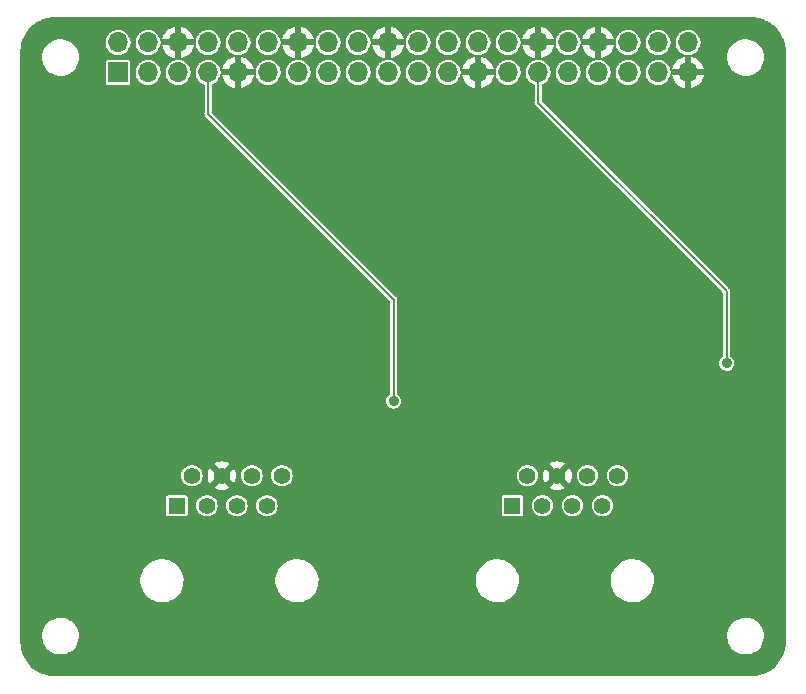
<source format=gbl>
G04 #@! TF.GenerationSoftware,KiCad,Pcbnew,6.0.11+dfsg-1*
G04 #@! TF.CreationDate,2025-03-22T20:51:54+01:00*
G04 #@! TF.ProjectId,shootingrangepcb,73686f6f-7469-46e6-9772-616e67657063,rev?*
G04 #@! TF.SameCoordinates,Original*
G04 #@! TF.FileFunction,Copper,L2,Bot*
G04 #@! TF.FilePolarity,Positive*
%FSLAX46Y46*%
G04 Gerber Fmt 4.6, Leading zero omitted, Abs format (unit mm)*
G04 Created by KiCad (PCBNEW 6.0.11+dfsg-1) date 2025-03-22 20:51:54*
%MOMM*%
%LPD*%
G01*
G04 APERTURE LIST*
G04 #@! TA.AperFunction,ComponentPad*
%ADD10C,1.408000*%
G04 #@! TD*
G04 #@! TA.AperFunction,ComponentPad*
%ADD11R,1.408000X1.408000*%
G04 #@! TD*
G04 #@! TA.AperFunction,ComponentPad*
%ADD12R,1.700000X1.700000*%
G04 #@! TD*
G04 #@! TA.AperFunction,ComponentPad*
%ADD13O,1.700000X1.700000*%
G04 #@! TD*
G04 #@! TA.AperFunction,ViaPad*
%ADD14C,0.900000*%
G04 #@! TD*
G04 #@! TA.AperFunction,Conductor*
%ADD15C,0.200000*%
G04 #@! TD*
G04 APERTURE END LIST*
D10*
X149375000Y-85460000D03*
X150645000Y-82920000D03*
X146835000Y-85460000D03*
X148105000Y-82920000D03*
X144295000Y-85460000D03*
X145565000Y-82920000D03*
D11*
X141755000Y-85460000D03*
D10*
X143025000Y-82920000D03*
D12*
X108370000Y-48770000D03*
D13*
X108370000Y-46230000D03*
X110910000Y-48770000D03*
X110910000Y-46230000D03*
X113450000Y-48770000D03*
X113450000Y-46230000D03*
X115990000Y-48770000D03*
X115990000Y-46230000D03*
X118530000Y-48770000D03*
X118530000Y-46230000D03*
X121070000Y-48770000D03*
X121070000Y-46230000D03*
X123610000Y-48770000D03*
X123610000Y-46230000D03*
X126150000Y-48770000D03*
X126150000Y-46230000D03*
X128690000Y-48770000D03*
X128690000Y-46230000D03*
X131230000Y-48770000D03*
X131230000Y-46230000D03*
X133770000Y-48770000D03*
X133770000Y-46230000D03*
X136310000Y-48770000D03*
X136310000Y-46230000D03*
X138850000Y-48770000D03*
X138850000Y-46230000D03*
X141390000Y-48770000D03*
X141390000Y-46230000D03*
X143930000Y-48770000D03*
X143930000Y-46230000D03*
X146470000Y-48770000D03*
X146470000Y-46230000D03*
X149010000Y-48770000D03*
X149010000Y-46230000D03*
X151550000Y-48770000D03*
X151550000Y-46230000D03*
X154090000Y-48770000D03*
X154090000Y-46230000D03*
X156630000Y-48770000D03*
X156630000Y-46230000D03*
D10*
X120975000Y-85460000D03*
X122245000Y-82920000D03*
X118435000Y-85460000D03*
X119705000Y-82920000D03*
X115895000Y-85460000D03*
X117165000Y-82920000D03*
D11*
X113355000Y-85460000D03*
D10*
X114625000Y-82920000D03*
D14*
X145200000Y-51300000D03*
X140700000Y-51700000D03*
X131700000Y-76600000D03*
X159900000Y-73400000D03*
X125200000Y-52700000D03*
D15*
X143930000Y-48770000D02*
X143930000Y-51330000D01*
X143930000Y-51330000D02*
X159900000Y-67300000D01*
X159900000Y-67300000D02*
X159900000Y-73400000D01*
X131700000Y-76600000D02*
X131700000Y-68000000D01*
X131700000Y-68000000D02*
X115990000Y-52290000D01*
X115990000Y-52290000D02*
X115990000Y-48770000D01*
G04 #@! TA.AperFunction,Conductor*
G36*
X161991463Y-44102898D02*
G01*
X162000000Y-44105672D01*
X162007380Y-44103274D01*
X162011197Y-44103274D01*
X162022734Y-44101777D01*
X162321890Y-44118577D01*
X162327351Y-44119192D01*
X162484920Y-44145964D01*
X162642498Y-44172738D01*
X162647836Y-44173957D01*
X162952821Y-44261820D01*
X162954999Y-44262448D01*
X162960186Y-44264263D01*
X163255506Y-44386589D01*
X163260456Y-44388973D01*
X163540220Y-44543593D01*
X163544873Y-44546517D01*
X163805565Y-44731488D01*
X163809861Y-44734914D01*
X164048204Y-44947911D01*
X164052089Y-44951796D01*
X164265086Y-45190139D01*
X164268512Y-45194435D01*
X164453483Y-45455127D01*
X164456407Y-45459780D01*
X164611027Y-45739544D01*
X164613411Y-45744494D01*
X164735737Y-46039814D01*
X164737552Y-46045001D01*
X164826043Y-46352164D01*
X164827262Y-46357502D01*
X164845334Y-46463863D01*
X164880808Y-46672649D01*
X164881423Y-46678110D01*
X164898223Y-46977266D01*
X164896726Y-46988803D01*
X164896726Y-46992620D01*
X164894328Y-47000000D01*
X164896726Y-47007380D01*
X164897102Y-47008537D01*
X164899500Y-47023680D01*
X164899500Y-96976320D01*
X164897102Y-96991463D01*
X164894328Y-97000000D01*
X164896726Y-97007380D01*
X164896726Y-97011197D01*
X164898223Y-97022734D01*
X164881423Y-97321890D01*
X164880808Y-97327351D01*
X164856047Y-97473085D01*
X164827262Y-97642498D01*
X164826043Y-97647836D01*
X164759361Y-97879297D01*
X164737552Y-97954999D01*
X164735737Y-97960186D01*
X164613411Y-98255506D01*
X164611027Y-98260456D01*
X164456407Y-98540220D01*
X164453483Y-98544873D01*
X164268512Y-98805565D01*
X164265086Y-98809861D01*
X164052089Y-99048204D01*
X164048204Y-99052089D01*
X163809861Y-99265086D01*
X163805565Y-99268512D01*
X163544873Y-99453483D01*
X163540220Y-99456407D01*
X163260456Y-99611027D01*
X163255506Y-99613411D01*
X162960186Y-99735737D01*
X162954999Y-99737552D01*
X162647836Y-99826043D01*
X162642498Y-99827262D01*
X162484920Y-99854036D01*
X162327351Y-99880808D01*
X162321890Y-99881423D01*
X162022734Y-99898223D01*
X162011197Y-99896726D01*
X162007380Y-99896726D01*
X162000000Y-99894328D01*
X161992620Y-99896726D01*
X161991463Y-99897102D01*
X161976320Y-99899500D01*
X103023680Y-99899500D01*
X103008537Y-99897102D01*
X103007380Y-99896726D01*
X103000000Y-99894328D01*
X102992620Y-99896726D01*
X102988803Y-99896726D01*
X102977266Y-99898223D01*
X102678110Y-99881423D01*
X102672649Y-99880808D01*
X102515080Y-99854036D01*
X102357502Y-99827262D01*
X102352164Y-99826043D01*
X102045001Y-99737552D01*
X102039814Y-99735737D01*
X101744494Y-99613411D01*
X101739544Y-99611027D01*
X101459780Y-99456407D01*
X101455127Y-99453483D01*
X101194435Y-99268512D01*
X101190139Y-99265086D01*
X100951796Y-99052089D01*
X100947911Y-99048204D01*
X100734914Y-98809861D01*
X100731488Y-98805565D01*
X100546517Y-98544873D01*
X100543593Y-98540220D01*
X100388973Y-98260456D01*
X100386589Y-98255506D01*
X100264263Y-97960186D01*
X100262448Y-97954999D01*
X100240639Y-97879297D01*
X100173957Y-97647836D01*
X100172738Y-97642498D01*
X100143953Y-97473085D01*
X100119192Y-97327351D01*
X100118577Y-97321890D01*
X100101777Y-97022734D01*
X100103274Y-97011197D01*
X100103274Y-97007380D01*
X100105672Y-97000000D01*
X100102898Y-96991463D01*
X100100500Y-96976320D01*
X100100500Y-96554288D01*
X101945404Y-96554288D01*
X101974081Y-96802140D01*
X102042017Y-97042219D01*
X102042849Y-97044003D01*
X102042850Y-97044006D01*
X102146629Y-97266562D01*
X102147462Y-97268348D01*
X102148569Y-97269976D01*
X102148569Y-97269977D01*
X102286601Y-97473085D01*
X102286605Y-97473090D01*
X102287706Y-97474710D01*
X102289055Y-97476137D01*
X102289057Y-97476139D01*
X102387815Y-97580572D01*
X102459138Y-97655994D01*
X102460709Y-97657195D01*
X102460710Y-97657196D01*
X102577676Y-97746623D01*
X102657349Y-97807538D01*
X102877239Y-97925443D01*
X103113152Y-98006674D01*
X103359017Y-98049142D01*
X103360546Y-98049211D01*
X103360551Y-98049212D01*
X103388364Y-98050475D01*
X103388379Y-98050475D01*
X103388922Y-98050500D01*
X103562691Y-98050500D01*
X103563658Y-98050422D01*
X103563663Y-98050422D01*
X103746743Y-98035692D01*
X103746748Y-98035691D01*
X103748702Y-98035534D01*
X103750606Y-98035066D01*
X103750608Y-98035066D01*
X103989097Y-97976487D01*
X103989098Y-97976487D01*
X103991006Y-97976018D01*
X103992813Y-97975251D01*
X103992816Y-97975250D01*
X104218869Y-97879297D01*
X104218875Y-97879294D01*
X104220677Y-97878529D01*
X104431808Y-97745573D01*
X104618965Y-97580572D01*
X104707256Y-97473085D01*
X104776091Y-97389284D01*
X104776094Y-97389279D01*
X104777334Y-97387770D01*
X104902840Y-97172128D01*
X104992255Y-96939195D01*
X105043278Y-96694961D01*
X105049666Y-96554288D01*
X159945404Y-96554288D01*
X159974081Y-96802140D01*
X160042017Y-97042219D01*
X160042849Y-97044003D01*
X160042850Y-97044006D01*
X160146629Y-97266562D01*
X160147462Y-97268348D01*
X160148569Y-97269976D01*
X160148569Y-97269977D01*
X160286601Y-97473085D01*
X160286605Y-97473090D01*
X160287706Y-97474710D01*
X160289055Y-97476137D01*
X160289057Y-97476139D01*
X160387815Y-97580572D01*
X160459138Y-97655994D01*
X160460709Y-97657195D01*
X160460710Y-97657196D01*
X160577676Y-97746623D01*
X160657349Y-97807538D01*
X160877239Y-97925443D01*
X161113152Y-98006674D01*
X161359017Y-98049142D01*
X161360546Y-98049211D01*
X161360551Y-98049212D01*
X161388364Y-98050475D01*
X161388379Y-98050475D01*
X161388922Y-98050500D01*
X161562691Y-98050500D01*
X161563658Y-98050422D01*
X161563663Y-98050422D01*
X161746743Y-98035692D01*
X161746748Y-98035691D01*
X161748702Y-98035534D01*
X161750606Y-98035066D01*
X161750608Y-98035066D01*
X161989097Y-97976487D01*
X161989098Y-97976487D01*
X161991006Y-97976018D01*
X161992813Y-97975251D01*
X161992816Y-97975250D01*
X162218869Y-97879297D01*
X162218875Y-97879294D01*
X162220677Y-97878529D01*
X162431808Y-97745573D01*
X162618965Y-97580572D01*
X162707256Y-97473085D01*
X162776091Y-97389284D01*
X162776094Y-97389279D01*
X162777334Y-97387770D01*
X162902840Y-97172128D01*
X162992255Y-96939195D01*
X163043278Y-96694961D01*
X163054596Y-96445712D01*
X163025919Y-96197860D01*
X162957983Y-95957781D01*
X162898263Y-95829709D01*
X162853371Y-95733438D01*
X162853370Y-95733436D01*
X162852538Y-95731652D01*
X162851431Y-95730023D01*
X162713399Y-95526915D01*
X162713395Y-95526910D01*
X162712294Y-95525290D01*
X162613624Y-95420949D01*
X162542221Y-95345443D01*
X162542220Y-95345442D01*
X162540862Y-95344006D01*
X162539290Y-95342804D01*
X162344221Y-95193662D01*
X162344218Y-95193660D01*
X162342651Y-95192462D01*
X162122761Y-95074557D01*
X161886848Y-94993326D01*
X161640983Y-94950858D01*
X161639454Y-94950789D01*
X161639449Y-94950788D01*
X161611636Y-94949525D01*
X161611621Y-94949525D01*
X161611078Y-94949500D01*
X161437309Y-94949500D01*
X161436342Y-94949578D01*
X161436337Y-94949578D01*
X161253257Y-94964308D01*
X161253252Y-94964309D01*
X161251298Y-94964466D01*
X161249394Y-94964934D01*
X161249392Y-94964934D01*
X161131188Y-94993968D01*
X161008994Y-95023982D01*
X161007187Y-95024749D01*
X161007184Y-95024750D01*
X160781131Y-95120703D01*
X160781125Y-95120706D01*
X160779323Y-95121471D01*
X160568192Y-95254427D01*
X160381035Y-95419428D01*
X160379786Y-95420949D01*
X160223909Y-95610716D01*
X160223906Y-95610721D01*
X160222666Y-95612230D01*
X160097160Y-95827872D01*
X160007745Y-96060805D01*
X159956722Y-96305039D01*
X159945404Y-96554288D01*
X105049666Y-96554288D01*
X105054596Y-96445712D01*
X105025919Y-96197860D01*
X104957983Y-95957781D01*
X104898263Y-95829709D01*
X104853371Y-95733438D01*
X104853370Y-95733436D01*
X104852538Y-95731652D01*
X104851431Y-95730023D01*
X104713399Y-95526915D01*
X104713395Y-95526910D01*
X104712294Y-95525290D01*
X104613624Y-95420949D01*
X104542221Y-95345443D01*
X104542220Y-95345442D01*
X104540862Y-95344006D01*
X104539290Y-95342804D01*
X104344221Y-95193662D01*
X104344218Y-95193660D01*
X104342651Y-95192462D01*
X104122761Y-95074557D01*
X103886848Y-94993326D01*
X103640983Y-94950858D01*
X103639454Y-94950789D01*
X103639449Y-94950788D01*
X103611636Y-94949525D01*
X103611621Y-94949525D01*
X103611078Y-94949500D01*
X103437309Y-94949500D01*
X103436342Y-94949578D01*
X103436337Y-94949578D01*
X103253257Y-94964308D01*
X103253252Y-94964309D01*
X103251298Y-94964466D01*
X103249394Y-94964934D01*
X103249392Y-94964934D01*
X103131188Y-94993968D01*
X103008994Y-95023982D01*
X103007187Y-95024749D01*
X103007184Y-95024750D01*
X102781131Y-95120703D01*
X102781125Y-95120706D01*
X102779323Y-95121471D01*
X102568192Y-95254427D01*
X102381035Y-95419428D01*
X102379786Y-95420949D01*
X102223909Y-95610716D01*
X102223906Y-95610721D01*
X102222666Y-95612230D01*
X102097160Y-95827872D01*
X102007745Y-96060805D01*
X101956722Y-96305039D01*
X101945404Y-96554288D01*
X100100500Y-96554288D01*
X100100500Y-91931757D01*
X110257795Y-91931757D01*
X110294384Y-92200607D01*
X110370310Y-92461096D01*
X110371069Y-92462743D01*
X110371070Y-92462745D01*
X110440571Y-92613505D01*
X110483905Y-92707502D01*
X110632672Y-92934410D01*
X110813345Y-93136837D01*
X110814747Y-93138003D01*
X110814748Y-93138004D01*
X110852827Y-93169674D01*
X111021954Y-93310335D01*
X111253916Y-93451093D01*
X111255590Y-93451795D01*
X111255594Y-93451797D01*
X111306034Y-93472948D01*
X111504136Y-93556019D01*
X111767116Y-93622808D01*
X111768930Y-93622991D01*
X111768932Y-93622991D01*
X111832249Y-93629367D01*
X111992470Y-93645500D01*
X112153884Y-93645500D01*
X112154779Y-93645433D01*
X112154792Y-93645433D01*
X112353772Y-93630646D01*
X112353778Y-93630645D01*
X112355583Y-93630511D01*
X112391610Y-93622359D01*
X112618441Y-93571033D01*
X112618444Y-93571032D01*
X112620221Y-93570630D01*
X112873102Y-93472290D01*
X113108669Y-93337652D01*
X113321748Y-93169674D01*
X113507658Y-92972046D01*
X113662315Y-92749109D01*
X113683648Y-92705851D01*
X113781513Y-92507398D01*
X113782320Y-92505762D01*
X113865039Y-92247350D01*
X113872946Y-92198803D01*
X113908360Y-91981348D01*
X113908653Y-91979549D01*
X113909279Y-91931757D01*
X121687795Y-91931757D01*
X121724384Y-92200607D01*
X121800310Y-92461096D01*
X121801069Y-92462743D01*
X121801070Y-92462745D01*
X121870571Y-92613505D01*
X121913905Y-92707502D01*
X122062672Y-92934410D01*
X122243345Y-93136837D01*
X122244747Y-93138003D01*
X122244748Y-93138004D01*
X122282827Y-93169674D01*
X122451954Y-93310335D01*
X122683916Y-93451093D01*
X122685590Y-93451795D01*
X122685594Y-93451797D01*
X122736034Y-93472948D01*
X122934136Y-93556019D01*
X123197116Y-93622808D01*
X123198930Y-93622991D01*
X123198932Y-93622991D01*
X123262249Y-93629367D01*
X123422470Y-93645500D01*
X123583884Y-93645500D01*
X123584779Y-93645433D01*
X123584792Y-93645433D01*
X123783772Y-93630646D01*
X123783778Y-93630645D01*
X123785583Y-93630511D01*
X123821610Y-93622359D01*
X124048441Y-93571033D01*
X124048444Y-93571032D01*
X124050221Y-93570630D01*
X124303102Y-93472290D01*
X124538669Y-93337652D01*
X124751748Y-93169674D01*
X124937658Y-92972046D01*
X125092315Y-92749109D01*
X125113648Y-92705851D01*
X125211513Y-92507398D01*
X125212320Y-92505762D01*
X125295039Y-92247350D01*
X125302946Y-92198803D01*
X125338360Y-91981348D01*
X125338653Y-91979549D01*
X125339279Y-91931757D01*
X138657795Y-91931757D01*
X138694384Y-92200607D01*
X138770310Y-92461096D01*
X138771069Y-92462743D01*
X138771070Y-92462745D01*
X138840571Y-92613505D01*
X138883905Y-92707502D01*
X139032672Y-92934410D01*
X139213345Y-93136837D01*
X139214747Y-93138003D01*
X139214748Y-93138004D01*
X139252827Y-93169674D01*
X139421954Y-93310335D01*
X139653916Y-93451093D01*
X139655590Y-93451795D01*
X139655594Y-93451797D01*
X139706034Y-93472948D01*
X139904136Y-93556019D01*
X140167116Y-93622808D01*
X140168930Y-93622991D01*
X140168932Y-93622991D01*
X140232249Y-93629367D01*
X140392470Y-93645500D01*
X140553884Y-93645500D01*
X140554779Y-93645433D01*
X140554792Y-93645433D01*
X140753772Y-93630646D01*
X140753778Y-93630645D01*
X140755583Y-93630511D01*
X140791610Y-93622359D01*
X141018441Y-93571033D01*
X141018444Y-93571032D01*
X141020221Y-93570630D01*
X141273102Y-93472290D01*
X141508669Y-93337652D01*
X141721748Y-93169674D01*
X141907658Y-92972046D01*
X142062315Y-92749109D01*
X142083648Y-92705851D01*
X142181513Y-92507398D01*
X142182320Y-92505762D01*
X142265039Y-92247350D01*
X142272946Y-92198803D01*
X142308360Y-91981348D01*
X142308653Y-91979549D01*
X142309279Y-91931757D01*
X150087795Y-91931757D01*
X150124384Y-92200607D01*
X150200310Y-92461096D01*
X150201069Y-92462743D01*
X150201070Y-92462745D01*
X150270571Y-92613505D01*
X150313905Y-92707502D01*
X150462672Y-92934410D01*
X150643345Y-93136837D01*
X150644747Y-93138003D01*
X150644748Y-93138004D01*
X150682827Y-93169674D01*
X150851954Y-93310335D01*
X151083916Y-93451093D01*
X151085590Y-93451795D01*
X151085594Y-93451797D01*
X151136034Y-93472948D01*
X151334136Y-93556019D01*
X151597116Y-93622808D01*
X151598930Y-93622991D01*
X151598932Y-93622991D01*
X151662249Y-93629367D01*
X151822470Y-93645500D01*
X151983884Y-93645500D01*
X151984779Y-93645433D01*
X151984792Y-93645433D01*
X152183772Y-93630646D01*
X152183778Y-93630645D01*
X152185583Y-93630511D01*
X152221610Y-93622359D01*
X152448441Y-93571033D01*
X152448444Y-93571032D01*
X152450221Y-93570630D01*
X152703102Y-93472290D01*
X152938669Y-93337652D01*
X153151748Y-93169674D01*
X153337658Y-92972046D01*
X153492315Y-92749109D01*
X153513648Y-92705851D01*
X153611513Y-92507398D01*
X153612320Y-92505762D01*
X153695039Y-92247350D01*
X153702946Y-92198803D01*
X153738360Y-91981348D01*
X153738653Y-91979549D01*
X153739303Y-91929944D01*
X153742181Y-91710056D01*
X153742205Y-91708243D01*
X153705616Y-91439393D01*
X153629690Y-91178904D01*
X153608345Y-91132602D01*
X153516856Y-90934149D01*
X153516095Y-90932498D01*
X153367328Y-90705590D01*
X153186655Y-90503163D01*
X153148758Y-90471644D01*
X152979443Y-90330827D01*
X152978046Y-90329665D01*
X152746084Y-90188907D01*
X152744410Y-90188205D01*
X152744406Y-90188203D01*
X152497545Y-90084686D01*
X152497546Y-90084686D01*
X152495864Y-90083981D01*
X152232884Y-90017192D01*
X152231070Y-90017009D01*
X152231068Y-90017009D01*
X152160358Y-90009889D01*
X152007530Y-89994500D01*
X151846116Y-89994500D01*
X151845221Y-89994567D01*
X151845208Y-89994567D01*
X151646228Y-90009354D01*
X151646222Y-90009355D01*
X151644417Y-90009489D01*
X151642650Y-90009889D01*
X151642649Y-90009889D01*
X151381559Y-90068967D01*
X151381556Y-90068968D01*
X151379779Y-90069370D01*
X151126898Y-90167710D01*
X150891331Y-90302348D01*
X150678252Y-90470326D01*
X150492342Y-90667954D01*
X150337685Y-90890891D01*
X150336881Y-90892521D01*
X150336880Y-90892523D01*
X150281673Y-91004472D01*
X150217680Y-91134238D01*
X150134961Y-91392650D01*
X150134670Y-91394437D01*
X150134669Y-91394441D01*
X150093618Y-91646504D01*
X150091347Y-91660451D01*
X150091323Y-91662272D01*
X150091323Y-91662274D01*
X150090149Y-91751935D01*
X150087795Y-91931757D01*
X142309279Y-91931757D01*
X142309303Y-91929944D01*
X142312181Y-91710056D01*
X142312205Y-91708243D01*
X142275616Y-91439393D01*
X142199690Y-91178904D01*
X142178345Y-91132602D01*
X142086856Y-90934149D01*
X142086095Y-90932498D01*
X141937328Y-90705590D01*
X141756655Y-90503163D01*
X141718758Y-90471644D01*
X141549443Y-90330827D01*
X141548046Y-90329665D01*
X141316084Y-90188907D01*
X141314410Y-90188205D01*
X141314406Y-90188203D01*
X141067545Y-90084686D01*
X141067546Y-90084686D01*
X141065864Y-90083981D01*
X140802884Y-90017192D01*
X140801070Y-90017009D01*
X140801068Y-90017009D01*
X140730358Y-90009889D01*
X140577530Y-89994500D01*
X140416116Y-89994500D01*
X140415221Y-89994567D01*
X140415208Y-89994567D01*
X140216228Y-90009354D01*
X140216222Y-90009355D01*
X140214417Y-90009489D01*
X140212650Y-90009889D01*
X140212649Y-90009889D01*
X139951559Y-90068967D01*
X139951556Y-90068968D01*
X139949779Y-90069370D01*
X139696898Y-90167710D01*
X139461331Y-90302348D01*
X139248252Y-90470326D01*
X139062342Y-90667954D01*
X138907685Y-90890891D01*
X138906881Y-90892521D01*
X138906880Y-90892523D01*
X138851673Y-91004472D01*
X138787680Y-91134238D01*
X138704961Y-91392650D01*
X138704670Y-91394437D01*
X138704669Y-91394441D01*
X138663618Y-91646504D01*
X138661347Y-91660451D01*
X138661323Y-91662272D01*
X138661323Y-91662274D01*
X138660149Y-91751935D01*
X138657795Y-91931757D01*
X125339279Y-91931757D01*
X125339303Y-91929944D01*
X125342181Y-91710056D01*
X125342205Y-91708243D01*
X125305616Y-91439393D01*
X125229690Y-91178904D01*
X125208345Y-91132602D01*
X125116856Y-90934149D01*
X125116095Y-90932498D01*
X124967328Y-90705590D01*
X124786655Y-90503163D01*
X124748758Y-90471644D01*
X124579443Y-90330827D01*
X124578046Y-90329665D01*
X124346084Y-90188907D01*
X124344410Y-90188205D01*
X124344406Y-90188203D01*
X124097545Y-90084686D01*
X124097546Y-90084686D01*
X124095864Y-90083981D01*
X123832884Y-90017192D01*
X123831070Y-90017009D01*
X123831068Y-90017009D01*
X123760358Y-90009889D01*
X123607530Y-89994500D01*
X123446116Y-89994500D01*
X123445221Y-89994567D01*
X123445208Y-89994567D01*
X123246228Y-90009354D01*
X123246222Y-90009355D01*
X123244417Y-90009489D01*
X123242650Y-90009889D01*
X123242649Y-90009889D01*
X122981559Y-90068967D01*
X122981556Y-90068968D01*
X122979779Y-90069370D01*
X122726898Y-90167710D01*
X122491331Y-90302348D01*
X122278252Y-90470326D01*
X122092342Y-90667954D01*
X121937685Y-90890891D01*
X121936881Y-90892521D01*
X121936880Y-90892523D01*
X121881673Y-91004472D01*
X121817680Y-91134238D01*
X121734961Y-91392650D01*
X121734670Y-91394437D01*
X121734669Y-91394441D01*
X121693618Y-91646504D01*
X121691347Y-91660451D01*
X121691323Y-91662272D01*
X121691323Y-91662274D01*
X121690149Y-91751935D01*
X121687795Y-91931757D01*
X113909279Y-91931757D01*
X113909303Y-91929944D01*
X113912181Y-91710056D01*
X113912205Y-91708243D01*
X113875616Y-91439393D01*
X113799690Y-91178904D01*
X113778345Y-91132602D01*
X113686856Y-90934149D01*
X113686095Y-90932498D01*
X113537328Y-90705590D01*
X113356655Y-90503163D01*
X113318758Y-90471644D01*
X113149443Y-90330827D01*
X113148046Y-90329665D01*
X112916084Y-90188907D01*
X112914410Y-90188205D01*
X112914406Y-90188203D01*
X112667545Y-90084686D01*
X112667546Y-90084686D01*
X112665864Y-90083981D01*
X112402884Y-90017192D01*
X112401070Y-90017009D01*
X112401068Y-90017009D01*
X112330358Y-90009889D01*
X112177530Y-89994500D01*
X112016116Y-89994500D01*
X112015221Y-89994567D01*
X112015208Y-89994567D01*
X111816228Y-90009354D01*
X111816222Y-90009355D01*
X111814417Y-90009489D01*
X111812650Y-90009889D01*
X111812649Y-90009889D01*
X111551559Y-90068967D01*
X111551556Y-90068968D01*
X111549779Y-90069370D01*
X111296898Y-90167710D01*
X111061331Y-90302348D01*
X110848252Y-90470326D01*
X110662342Y-90667954D01*
X110507685Y-90890891D01*
X110506881Y-90892521D01*
X110506880Y-90892523D01*
X110451673Y-91004472D01*
X110387680Y-91134238D01*
X110304961Y-91392650D01*
X110304670Y-91394437D01*
X110304669Y-91394441D01*
X110263618Y-91646504D01*
X110261347Y-91660451D01*
X110261323Y-91662272D01*
X110261323Y-91662274D01*
X110260149Y-91751935D01*
X110257795Y-91931757D01*
X100100500Y-91931757D01*
X100100500Y-86183748D01*
X112450500Y-86183748D01*
X112462133Y-86242231D01*
X112506448Y-86308552D01*
X112572769Y-86352867D01*
X112631252Y-86364500D01*
X114078748Y-86364500D01*
X114137231Y-86352867D01*
X114203552Y-86308552D01*
X114247867Y-86242231D01*
X114259500Y-86183748D01*
X114259500Y-85460000D01*
X114985518Y-85460000D01*
X115005392Y-85649092D01*
X115064147Y-85829920D01*
X115159214Y-85994580D01*
X115160935Y-85996492D01*
X115160937Y-85996494D01*
X115284722Y-86133972D01*
X115284726Y-86133976D01*
X115286438Y-86135877D01*
X115440259Y-86247635D01*
X115613955Y-86324969D01*
X115706944Y-86344734D01*
X115797424Y-86363967D01*
X115797427Y-86363967D01*
X115799933Y-86364500D01*
X115990067Y-86364500D01*
X115992573Y-86363967D01*
X115992576Y-86363967D01*
X116083056Y-86344734D01*
X116176045Y-86324969D01*
X116349741Y-86247635D01*
X116503562Y-86135877D01*
X116505274Y-86133976D01*
X116505278Y-86133972D01*
X116629063Y-85996494D01*
X116629065Y-85996492D01*
X116630786Y-85994580D01*
X116725853Y-85829920D01*
X116784608Y-85649092D01*
X116804482Y-85460000D01*
X117525518Y-85460000D01*
X117545392Y-85649092D01*
X117604147Y-85829920D01*
X117699214Y-85994580D01*
X117700935Y-85996492D01*
X117700937Y-85996494D01*
X117824722Y-86133972D01*
X117824726Y-86133976D01*
X117826438Y-86135877D01*
X117980259Y-86247635D01*
X118153955Y-86324969D01*
X118246944Y-86344734D01*
X118337424Y-86363967D01*
X118337427Y-86363967D01*
X118339933Y-86364500D01*
X118530067Y-86364500D01*
X118532573Y-86363967D01*
X118532576Y-86363967D01*
X118623056Y-86344734D01*
X118716045Y-86324969D01*
X118889741Y-86247635D01*
X119043562Y-86135877D01*
X119045274Y-86133976D01*
X119045278Y-86133972D01*
X119169063Y-85996494D01*
X119169065Y-85996492D01*
X119170786Y-85994580D01*
X119265853Y-85829920D01*
X119324608Y-85649092D01*
X119344482Y-85460000D01*
X120065518Y-85460000D01*
X120085392Y-85649092D01*
X120144147Y-85829920D01*
X120239214Y-85994580D01*
X120240935Y-85996492D01*
X120240937Y-85996494D01*
X120364722Y-86133972D01*
X120364726Y-86133976D01*
X120366438Y-86135877D01*
X120520259Y-86247635D01*
X120693955Y-86324969D01*
X120786944Y-86344734D01*
X120877424Y-86363967D01*
X120877427Y-86363967D01*
X120879933Y-86364500D01*
X121070067Y-86364500D01*
X121072573Y-86363967D01*
X121072576Y-86363967D01*
X121163056Y-86344734D01*
X121256045Y-86324969D01*
X121429741Y-86247635D01*
X121517674Y-86183748D01*
X140850500Y-86183748D01*
X140862133Y-86242231D01*
X140906448Y-86308552D01*
X140972769Y-86352867D01*
X141031252Y-86364500D01*
X142478748Y-86364500D01*
X142537231Y-86352867D01*
X142603552Y-86308552D01*
X142647867Y-86242231D01*
X142659500Y-86183748D01*
X142659500Y-85460000D01*
X143385518Y-85460000D01*
X143405392Y-85649092D01*
X143464147Y-85829920D01*
X143559214Y-85994580D01*
X143560935Y-85996492D01*
X143560937Y-85996494D01*
X143684722Y-86133972D01*
X143684726Y-86133976D01*
X143686438Y-86135877D01*
X143840259Y-86247635D01*
X144013955Y-86324969D01*
X144106944Y-86344734D01*
X144197424Y-86363967D01*
X144197427Y-86363967D01*
X144199933Y-86364500D01*
X144390067Y-86364500D01*
X144392573Y-86363967D01*
X144392576Y-86363967D01*
X144483056Y-86344734D01*
X144576045Y-86324969D01*
X144749741Y-86247635D01*
X144903562Y-86135877D01*
X144905274Y-86133976D01*
X144905278Y-86133972D01*
X145029063Y-85996494D01*
X145029065Y-85996492D01*
X145030786Y-85994580D01*
X145125853Y-85829920D01*
X145184608Y-85649092D01*
X145204482Y-85460000D01*
X145925518Y-85460000D01*
X145945392Y-85649092D01*
X146004147Y-85829920D01*
X146099214Y-85994580D01*
X146100935Y-85996492D01*
X146100937Y-85996494D01*
X146224722Y-86133972D01*
X146224726Y-86133976D01*
X146226438Y-86135877D01*
X146380259Y-86247635D01*
X146553955Y-86324969D01*
X146646944Y-86344734D01*
X146737424Y-86363967D01*
X146737427Y-86363967D01*
X146739933Y-86364500D01*
X146930067Y-86364500D01*
X146932573Y-86363967D01*
X146932576Y-86363967D01*
X147023056Y-86344734D01*
X147116045Y-86324969D01*
X147289741Y-86247635D01*
X147443562Y-86135877D01*
X147445274Y-86133976D01*
X147445278Y-86133972D01*
X147569063Y-85996494D01*
X147569065Y-85996492D01*
X147570786Y-85994580D01*
X147665853Y-85829920D01*
X147724608Y-85649092D01*
X147744482Y-85460000D01*
X148465518Y-85460000D01*
X148485392Y-85649092D01*
X148544147Y-85829920D01*
X148639214Y-85994580D01*
X148640935Y-85996492D01*
X148640937Y-85996494D01*
X148764722Y-86133972D01*
X148764726Y-86133976D01*
X148766438Y-86135877D01*
X148920259Y-86247635D01*
X149093955Y-86324969D01*
X149186944Y-86344734D01*
X149277424Y-86363967D01*
X149277427Y-86363967D01*
X149279933Y-86364500D01*
X149470067Y-86364500D01*
X149472573Y-86363967D01*
X149472576Y-86363967D01*
X149563056Y-86344734D01*
X149656045Y-86324969D01*
X149829741Y-86247635D01*
X149983562Y-86135877D01*
X149985274Y-86133976D01*
X149985278Y-86133972D01*
X150109063Y-85996494D01*
X150109065Y-85996492D01*
X150110786Y-85994580D01*
X150205853Y-85829920D01*
X150264608Y-85649092D01*
X150284482Y-85460000D01*
X150264608Y-85270908D01*
X150205853Y-85090080D01*
X150110786Y-84925420D01*
X150109063Y-84923506D01*
X149985278Y-84786028D01*
X149985274Y-84786024D01*
X149983562Y-84784123D01*
X149829741Y-84672365D01*
X149656045Y-84595031D01*
X149524796Y-84567133D01*
X149472576Y-84556033D01*
X149472573Y-84556033D01*
X149470067Y-84555500D01*
X149279933Y-84555500D01*
X149277427Y-84556033D01*
X149277424Y-84556033D01*
X149225204Y-84567133D01*
X149093955Y-84595031D01*
X148920259Y-84672365D01*
X148766438Y-84784123D01*
X148764726Y-84786024D01*
X148764722Y-84786028D01*
X148640937Y-84923506D01*
X148639214Y-84925420D01*
X148544147Y-85090080D01*
X148485392Y-85270908D01*
X148465518Y-85460000D01*
X147744482Y-85460000D01*
X147724608Y-85270908D01*
X147665853Y-85090080D01*
X147570786Y-84925420D01*
X147569063Y-84923506D01*
X147445278Y-84786028D01*
X147445274Y-84786024D01*
X147443562Y-84784123D01*
X147289741Y-84672365D01*
X147116045Y-84595031D01*
X146984796Y-84567133D01*
X146932576Y-84556033D01*
X146932573Y-84556033D01*
X146930067Y-84555500D01*
X146739933Y-84555500D01*
X146737427Y-84556033D01*
X146737424Y-84556033D01*
X146685204Y-84567133D01*
X146553955Y-84595031D01*
X146380259Y-84672365D01*
X146226438Y-84784123D01*
X146224726Y-84786024D01*
X146224722Y-84786028D01*
X146100937Y-84923506D01*
X146099214Y-84925420D01*
X146004147Y-85090080D01*
X145945392Y-85270908D01*
X145925518Y-85460000D01*
X145204482Y-85460000D01*
X145184608Y-85270908D01*
X145125853Y-85090080D01*
X145030786Y-84925420D01*
X145029063Y-84923506D01*
X144905278Y-84786028D01*
X144905274Y-84786024D01*
X144903562Y-84784123D01*
X144749741Y-84672365D01*
X144576045Y-84595031D01*
X144444796Y-84567133D01*
X144392576Y-84556033D01*
X144392573Y-84556033D01*
X144390067Y-84555500D01*
X144199933Y-84555500D01*
X144197427Y-84556033D01*
X144197424Y-84556033D01*
X144145204Y-84567133D01*
X144013955Y-84595031D01*
X143840259Y-84672365D01*
X143686438Y-84784123D01*
X143684726Y-84786024D01*
X143684722Y-84786028D01*
X143560937Y-84923506D01*
X143559214Y-84925420D01*
X143464147Y-85090080D01*
X143405392Y-85270908D01*
X143385518Y-85460000D01*
X142659500Y-85460000D01*
X142659500Y-84736252D01*
X142647867Y-84677769D01*
X142603552Y-84611448D01*
X142537231Y-84567133D01*
X142478748Y-84555500D01*
X141031252Y-84555500D01*
X140972769Y-84567133D01*
X140906448Y-84611448D01*
X140862133Y-84677769D01*
X140850500Y-84736252D01*
X140850500Y-86183748D01*
X121517674Y-86183748D01*
X121583562Y-86135877D01*
X121585274Y-86133976D01*
X121585278Y-86133972D01*
X121709063Y-85996494D01*
X121709065Y-85996492D01*
X121710786Y-85994580D01*
X121805853Y-85829920D01*
X121864608Y-85649092D01*
X121884482Y-85460000D01*
X121864608Y-85270908D01*
X121805853Y-85090080D01*
X121710786Y-84925420D01*
X121709063Y-84923506D01*
X121585278Y-84786028D01*
X121585274Y-84786024D01*
X121583562Y-84784123D01*
X121429741Y-84672365D01*
X121256045Y-84595031D01*
X121124796Y-84567133D01*
X121072576Y-84556033D01*
X121072573Y-84556033D01*
X121070067Y-84555500D01*
X120879933Y-84555500D01*
X120877427Y-84556033D01*
X120877424Y-84556033D01*
X120825204Y-84567133D01*
X120693955Y-84595031D01*
X120520259Y-84672365D01*
X120366438Y-84784123D01*
X120364726Y-84786024D01*
X120364722Y-84786028D01*
X120240937Y-84923506D01*
X120239214Y-84925420D01*
X120144147Y-85090080D01*
X120085392Y-85270908D01*
X120065518Y-85460000D01*
X119344482Y-85460000D01*
X119324608Y-85270908D01*
X119265853Y-85090080D01*
X119170786Y-84925420D01*
X119169063Y-84923506D01*
X119045278Y-84786028D01*
X119045274Y-84786024D01*
X119043562Y-84784123D01*
X118889741Y-84672365D01*
X118716045Y-84595031D01*
X118584796Y-84567133D01*
X118532576Y-84556033D01*
X118532573Y-84556033D01*
X118530067Y-84555500D01*
X118339933Y-84555500D01*
X118337427Y-84556033D01*
X118337424Y-84556033D01*
X118285204Y-84567133D01*
X118153955Y-84595031D01*
X117980259Y-84672365D01*
X117826438Y-84784123D01*
X117824726Y-84786024D01*
X117824722Y-84786028D01*
X117700937Y-84923506D01*
X117699214Y-84925420D01*
X117604147Y-85090080D01*
X117545392Y-85270908D01*
X117525518Y-85460000D01*
X116804482Y-85460000D01*
X116784608Y-85270908D01*
X116725853Y-85090080D01*
X116630786Y-84925420D01*
X116629063Y-84923506D01*
X116505278Y-84786028D01*
X116505274Y-84786024D01*
X116503562Y-84784123D01*
X116349741Y-84672365D01*
X116176045Y-84595031D01*
X116044796Y-84567133D01*
X115992576Y-84556033D01*
X115992573Y-84556033D01*
X115990067Y-84555500D01*
X115799933Y-84555500D01*
X115797427Y-84556033D01*
X115797424Y-84556033D01*
X115745204Y-84567133D01*
X115613955Y-84595031D01*
X115440259Y-84672365D01*
X115286438Y-84784123D01*
X115284726Y-84786024D01*
X115284722Y-84786028D01*
X115160937Y-84923506D01*
X115159214Y-84925420D01*
X115064147Y-85090080D01*
X115005392Y-85270908D01*
X114985518Y-85460000D01*
X114259500Y-85460000D01*
X114259500Y-84736252D01*
X114247867Y-84677769D01*
X114203552Y-84611448D01*
X114137231Y-84567133D01*
X114078748Y-84555500D01*
X112631252Y-84555500D01*
X112572769Y-84567133D01*
X112506448Y-84611448D01*
X112462133Y-84677769D01*
X112450500Y-84736252D01*
X112450500Y-86183748D01*
X100100500Y-86183748D01*
X100100500Y-83938170D01*
X116510078Y-83938170D01*
X116511727Y-83942152D01*
X116554934Y-83972406D01*
X116558621Y-83974535D01*
X116746950Y-84062354D01*
X116750955Y-84063812D01*
X116951662Y-84117592D01*
X116955866Y-84118333D01*
X117162874Y-84136444D01*
X117167126Y-84136444D01*
X117374134Y-84118333D01*
X117378338Y-84117592D01*
X117579045Y-84063812D01*
X117583050Y-84062354D01*
X117771379Y-83974535D01*
X117775066Y-83972406D01*
X117815974Y-83943762D01*
X117819537Y-83938170D01*
X144910078Y-83938170D01*
X144911727Y-83942152D01*
X144954934Y-83972406D01*
X144958621Y-83974535D01*
X145146950Y-84062354D01*
X145150955Y-84063812D01*
X145351662Y-84117592D01*
X145355866Y-84118333D01*
X145562874Y-84136444D01*
X145567126Y-84136444D01*
X145774134Y-84118333D01*
X145778338Y-84117592D01*
X145979045Y-84063812D01*
X145983050Y-84062354D01*
X146171379Y-83974535D01*
X146175066Y-83972406D01*
X146215974Y-83943762D01*
X146219984Y-83937468D01*
X146219051Y-83933261D01*
X145571893Y-83286103D01*
X145565000Y-83283248D01*
X145558107Y-83286103D01*
X144912933Y-83931277D01*
X144910078Y-83938170D01*
X117819537Y-83938170D01*
X117819984Y-83937468D01*
X117819051Y-83933261D01*
X117171893Y-83286103D01*
X117165000Y-83283248D01*
X117158107Y-83286103D01*
X116512933Y-83931277D01*
X116510078Y-83938170D01*
X100100500Y-83938170D01*
X100100500Y-82920000D01*
X113715518Y-82920000D01*
X113735392Y-83109092D01*
X113794147Y-83289920D01*
X113889214Y-83454580D01*
X113890935Y-83456492D01*
X113890937Y-83456494D01*
X114014722Y-83593972D01*
X114014726Y-83593976D01*
X114016438Y-83595877D01*
X114170259Y-83707635D01*
X114343955Y-83784969D01*
X114436944Y-83804735D01*
X114527424Y-83823967D01*
X114527427Y-83823967D01*
X114529933Y-83824500D01*
X114720067Y-83824500D01*
X114722573Y-83823967D01*
X114722576Y-83823967D01*
X114813056Y-83804735D01*
X114906045Y-83784969D01*
X115079741Y-83707635D01*
X115233562Y-83595877D01*
X115235274Y-83593976D01*
X115235278Y-83593972D01*
X115359063Y-83456494D01*
X115359065Y-83456492D01*
X115360786Y-83454580D01*
X115455853Y-83289920D01*
X115514608Y-83109092D01*
X115534259Y-82922126D01*
X115948556Y-82922126D01*
X115966667Y-83129134D01*
X115967408Y-83133338D01*
X116021188Y-83334045D01*
X116022646Y-83338050D01*
X116110465Y-83526379D01*
X116112594Y-83530066D01*
X116141238Y-83570974D01*
X116147532Y-83574984D01*
X116151739Y-83574051D01*
X116798897Y-82926893D01*
X116801752Y-82920000D01*
X117528248Y-82920000D01*
X117531103Y-82926893D01*
X118176277Y-83572067D01*
X118183170Y-83574922D01*
X118187152Y-83573273D01*
X118217406Y-83530066D01*
X118219535Y-83526379D01*
X118307354Y-83338050D01*
X118308812Y-83334045D01*
X118362592Y-83133338D01*
X118363333Y-83129134D01*
X118381444Y-82922126D01*
X118381444Y-82920000D01*
X118795518Y-82920000D01*
X118815392Y-83109092D01*
X118874147Y-83289920D01*
X118969214Y-83454580D01*
X118970935Y-83456492D01*
X118970937Y-83456494D01*
X119094722Y-83593972D01*
X119094726Y-83593976D01*
X119096438Y-83595877D01*
X119250259Y-83707635D01*
X119423955Y-83784969D01*
X119516944Y-83804735D01*
X119607424Y-83823967D01*
X119607427Y-83823967D01*
X119609933Y-83824500D01*
X119800067Y-83824500D01*
X119802573Y-83823967D01*
X119802576Y-83823967D01*
X119893056Y-83804735D01*
X119986045Y-83784969D01*
X120159741Y-83707635D01*
X120313562Y-83595877D01*
X120315274Y-83593976D01*
X120315278Y-83593972D01*
X120439063Y-83456494D01*
X120439065Y-83456492D01*
X120440786Y-83454580D01*
X120535853Y-83289920D01*
X120594608Y-83109092D01*
X120614482Y-82920000D01*
X121335518Y-82920000D01*
X121355392Y-83109092D01*
X121414147Y-83289920D01*
X121509214Y-83454580D01*
X121510935Y-83456492D01*
X121510937Y-83456494D01*
X121634722Y-83593972D01*
X121634726Y-83593976D01*
X121636438Y-83595877D01*
X121790259Y-83707635D01*
X121963955Y-83784969D01*
X122056944Y-83804735D01*
X122147424Y-83823967D01*
X122147427Y-83823967D01*
X122149933Y-83824500D01*
X122340067Y-83824500D01*
X122342573Y-83823967D01*
X122342576Y-83823967D01*
X122433056Y-83804735D01*
X122526045Y-83784969D01*
X122699741Y-83707635D01*
X122853562Y-83595877D01*
X122855274Y-83593976D01*
X122855278Y-83593972D01*
X122979063Y-83456494D01*
X122979065Y-83456492D01*
X122980786Y-83454580D01*
X123075853Y-83289920D01*
X123134608Y-83109092D01*
X123154482Y-82920000D01*
X142115518Y-82920000D01*
X142135392Y-83109092D01*
X142194147Y-83289920D01*
X142289214Y-83454580D01*
X142290935Y-83456492D01*
X142290937Y-83456494D01*
X142414722Y-83593972D01*
X142414726Y-83593976D01*
X142416438Y-83595877D01*
X142570259Y-83707635D01*
X142743955Y-83784969D01*
X142836944Y-83804735D01*
X142927424Y-83823967D01*
X142927427Y-83823967D01*
X142929933Y-83824500D01*
X143120067Y-83824500D01*
X143122573Y-83823967D01*
X143122576Y-83823967D01*
X143213056Y-83804735D01*
X143306045Y-83784969D01*
X143479741Y-83707635D01*
X143633562Y-83595877D01*
X143635274Y-83593976D01*
X143635278Y-83593972D01*
X143759063Y-83456494D01*
X143759065Y-83456492D01*
X143760786Y-83454580D01*
X143855853Y-83289920D01*
X143914608Y-83109092D01*
X143934259Y-82922126D01*
X144348556Y-82922126D01*
X144366667Y-83129134D01*
X144367408Y-83133338D01*
X144421188Y-83334045D01*
X144422646Y-83338050D01*
X144510465Y-83526379D01*
X144512594Y-83530066D01*
X144541238Y-83570974D01*
X144547532Y-83574984D01*
X144551739Y-83574051D01*
X145198897Y-82926893D01*
X145201752Y-82920000D01*
X145928248Y-82920000D01*
X145931103Y-82926893D01*
X146576277Y-83572067D01*
X146583170Y-83574922D01*
X146587152Y-83573273D01*
X146617406Y-83530066D01*
X146619535Y-83526379D01*
X146707354Y-83338050D01*
X146708812Y-83334045D01*
X146762592Y-83133338D01*
X146763333Y-83129134D01*
X146781444Y-82922126D01*
X146781444Y-82920000D01*
X147195518Y-82920000D01*
X147215392Y-83109092D01*
X147274147Y-83289920D01*
X147369214Y-83454580D01*
X147370935Y-83456492D01*
X147370937Y-83456494D01*
X147494722Y-83593972D01*
X147494726Y-83593976D01*
X147496438Y-83595877D01*
X147650259Y-83707635D01*
X147823955Y-83784969D01*
X147916944Y-83804735D01*
X148007424Y-83823967D01*
X148007427Y-83823967D01*
X148009933Y-83824500D01*
X148200067Y-83824500D01*
X148202573Y-83823967D01*
X148202576Y-83823967D01*
X148293056Y-83804735D01*
X148386045Y-83784969D01*
X148559741Y-83707635D01*
X148713562Y-83595877D01*
X148715274Y-83593976D01*
X148715278Y-83593972D01*
X148839063Y-83456494D01*
X148839065Y-83456492D01*
X148840786Y-83454580D01*
X148935853Y-83289920D01*
X148994608Y-83109092D01*
X149014482Y-82920000D01*
X149735518Y-82920000D01*
X149755392Y-83109092D01*
X149814147Y-83289920D01*
X149909214Y-83454580D01*
X149910935Y-83456492D01*
X149910937Y-83456494D01*
X150034722Y-83593972D01*
X150034726Y-83593976D01*
X150036438Y-83595877D01*
X150190259Y-83707635D01*
X150363955Y-83784969D01*
X150456944Y-83804735D01*
X150547424Y-83823967D01*
X150547427Y-83823967D01*
X150549933Y-83824500D01*
X150740067Y-83824500D01*
X150742573Y-83823967D01*
X150742576Y-83823967D01*
X150833056Y-83804735D01*
X150926045Y-83784969D01*
X151099741Y-83707635D01*
X151253562Y-83595877D01*
X151255274Y-83593976D01*
X151255278Y-83593972D01*
X151379063Y-83456494D01*
X151379065Y-83456492D01*
X151380786Y-83454580D01*
X151475853Y-83289920D01*
X151534608Y-83109092D01*
X151554482Y-82920000D01*
X151534608Y-82730908D01*
X151475853Y-82550080D01*
X151380786Y-82385420D01*
X151379063Y-82383506D01*
X151255278Y-82246028D01*
X151255274Y-82246024D01*
X151253562Y-82244123D01*
X151099741Y-82132365D01*
X150926045Y-82055031D01*
X150833056Y-82035266D01*
X150742576Y-82016033D01*
X150742573Y-82016033D01*
X150740067Y-82015500D01*
X150549933Y-82015500D01*
X150547427Y-82016033D01*
X150547424Y-82016033D01*
X150456944Y-82035266D01*
X150363955Y-82055031D01*
X150190259Y-82132365D01*
X150036438Y-82244123D01*
X150034726Y-82246024D01*
X150034722Y-82246028D01*
X149910937Y-82383506D01*
X149909214Y-82385420D01*
X149814147Y-82550080D01*
X149755392Y-82730908D01*
X149735518Y-82920000D01*
X149014482Y-82920000D01*
X148994608Y-82730908D01*
X148935853Y-82550080D01*
X148840786Y-82385420D01*
X148839063Y-82383506D01*
X148715278Y-82246028D01*
X148715274Y-82246024D01*
X148713562Y-82244123D01*
X148559741Y-82132365D01*
X148386045Y-82055031D01*
X148293056Y-82035266D01*
X148202576Y-82016033D01*
X148202573Y-82016033D01*
X148200067Y-82015500D01*
X148009933Y-82015500D01*
X148007427Y-82016033D01*
X148007424Y-82016033D01*
X147916944Y-82035266D01*
X147823955Y-82055031D01*
X147650259Y-82132365D01*
X147496438Y-82244123D01*
X147494726Y-82246024D01*
X147494722Y-82246028D01*
X147370937Y-82383506D01*
X147369214Y-82385420D01*
X147274147Y-82550080D01*
X147215392Y-82730908D01*
X147195518Y-82920000D01*
X146781444Y-82920000D01*
X146781444Y-82917874D01*
X146763333Y-82710866D01*
X146762592Y-82706662D01*
X146708812Y-82505955D01*
X146707354Y-82501950D01*
X146619535Y-82313621D01*
X146617406Y-82309934D01*
X146588762Y-82269026D01*
X146582468Y-82265016D01*
X146578261Y-82265949D01*
X145931103Y-82913107D01*
X145928248Y-82920000D01*
X145201752Y-82920000D01*
X145198897Y-82913107D01*
X144553723Y-82267933D01*
X144546830Y-82265078D01*
X144542848Y-82266727D01*
X144512594Y-82309934D01*
X144510465Y-82313621D01*
X144422646Y-82501950D01*
X144421188Y-82505955D01*
X144367408Y-82706662D01*
X144366667Y-82710866D01*
X144348556Y-82917874D01*
X144348556Y-82922126D01*
X143934259Y-82922126D01*
X143934482Y-82920000D01*
X143914608Y-82730908D01*
X143855853Y-82550080D01*
X143760786Y-82385420D01*
X143759063Y-82383506D01*
X143635278Y-82246028D01*
X143635274Y-82246024D01*
X143633562Y-82244123D01*
X143479741Y-82132365D01*
X143306045Y-82055031D01*
X143213056Y-82035266D01*
X143122576Y-82016033D01*
X143122573Y-82016033D01*
X143120067Y-82015500D01*
X142929933Y-82015500D01*
X142927427Y-82016033D01*
X142927424Y-82016033D01*
X142836944Y-82035266D01*
X142743955Y-82055031D01*
X142570259Y-82132365D01*
X142416438Y-82244123D01*
X142414726Y-82246024D01*
X142414722Y-82246028D01*
X142290937Y-82383506D01*
X142289214Y-82385420D01*
X142194147Y-82550080D01*
X142135392Y-82730908D01*
X142115518Y-82920000D01*
X123154482Y-82920000D01*
X123134608Y-82730908D01*
X123075853Y-82550080D01*
X122980786Y-82385420D01*
X122979063Y-82383506D01*
X122855278Y-82246028D01*
X122855274Y-82246024D01*
X122853562Y-82244123D01*
X122699741Y-82132365D01*
X122526045Y-82055031D01*
X122433056Y-82035266D01*
X122342576Y-82016033D01*
X122342573Y-82016033D01*
X122340067Y-82015500D01*
X122149933Y-82015500D01*
X122147427Y-82016033D01*
X122147424Y-82016033D01*
X122056944Y-82035266D01*
X121963955Y-82055031D01*
X121790259Y-82132365D01*
X121636438Y-82244123D01*
X121634726Y-82246024D01*
X121634722Y-82246028D01*
X121510937Y-82383506D01*
X121509214Y-82385420D01*
X121414147Y-82550080D01*
X121355392Y-82730908D01*
X121335518Y-82920000D01*
X120614482Y-82920000D01*
X120594608Y-82730908D01*
X120535853Y-82550080D01*
X120440786Y-82385420D01*
X120439063Y-82383506D01*
X120315278Y-82246028D01*
X120315274Y-82246024D01*
X120313562Y-82244123D01*
X120159741Y-82132365D01*
X119986045Y-82055031D01*
X119893056Y-82035266D01*
X119802576Y-82016033D01*
X119802573Y-82016033D01*
X119800067Y-82015500D01*
X119609933Y-82015500D01*
X119607427Y-82016033D01*
X119607424Y-82016033D01*
X119516944Y-82035266D01*
X119423955Y-82055031D01*
X119250259Y-82132365D01*
X119096438Y-82244123D01*
X119094726Y-82246024D01*
X119094722Y-82246028D01*
X118970937Y-82383506D01*
X118969214Y-82385420D01*
X118874147Y-82550080D01*
X118815392Y-82730908D01*
X118795518Y-82920000D01*
X118381444Y-82920000D01*
X118381444Y-82917874D01*
X118363333Y-82710866D01*
X118362592Y-82706662D01*
X118308812Y-82505955D01*
X118307354Y-82501950D01*
X118219535Y-82313621D01*
X118217406Y-82309934D01*
X118188762Y-82269026D01*
X118182468Y-82265016D01*
X118178261Y-82265949D01*
X117531103Y-82913107D01*
X117528248Y-82920000D01*
X116801752Y-82920000D01*
X116798897Y-82913107D01*
X116153723Y-82267933D01*
X116146830Y-82265078D01*
X116142848Y-82266727D01*
X116112594Y-82309934D01*
X116110465Y-82313621D01*
X116022646Y-82501950D01*
X116021188Y-82505955D01*
X115967408Y-82706662D01*
X115966667Y-82710866D01*
X115948556Y-82917874D01*
X115948556Y-82922126D01*
X115534259Y-82922126D01*
X115534482Y-82920000D01*
X115514608Y-82730908D01*
X115455853Y-82550080D01*
X115360786Y-82385420D01*
X115359063Y-82383506D01*
X115235278Y-82246028D01*
X115235274Y-82246024D01*
X115233562Y-82244123D01*
X115079741Y-82132365D01*
X114906045Y-82055031D01*
X114813056Y-82035266D01*
X114722576Y-82016033D01*
X114722573Y-82016033D01*
X114720067Y-82015500D01*
X114529933Y-82015500D01*
X114527427Y-82016033D01*
X114527424Y-82016033D01*
X114436944Y-82035266D01*
X114343955Y-82055031D01*
X114170259Y-82132365D01*
X114016438Y-82244123D01*
X114014726Y-82246024D01*
X114014722Y-82246028D01*
X113890937Y-82383506D01*
X113889214Y-82385420D01*
X113794147Y-82550080D01*
X113735392Y-82730908D01*
X113715518Y-82920000D01*
X100100500Y-82920000D01*
X100100500Y-81902532D01*
X116510016Y-81902532D01*
X116510949Y-81906739D01*
X117158107Y-82553897D01*
X117165000Y-82556752D01*
X117171893Y-82553897D01*
X117817067Y-81908723D01*
X117819631Y-81902532D01*
X144910016Y-81902532D01*
X144910949Y-81906739D01*
X145558107Y-82553897D01*
X145565000Y-82556752D01*
X145571893Y-82553897D01*
X146217067Y-81908723D01*
X146219922Y-81901830D01*
X146218273Y-81897848D01*
X146175066Y-81867594D01*
X146171379Y-81865465D01*
X145983050Y-81777646D01*
X145979045Y-81776188D01*
X145778338Y-81722408D01*
X145774134Y-81721667D01*
X145567126Y-81703556D01*
X145562874Y-81703556D01*
X145355866Y-81721667D01*
X145351662Y-81722408D01*
X145150955Y-81776188D01*
X145146950Y-81777646D01*
X144958621Y-81865465D01*
X144954934Y-81867594D01*
X144914026Y-81896238D01*
X144910016Y-81902532D01*
X117819631Y-81902532D01*
X117819922Y-81901830D01*
X117818273Y-81897848D01*
X117775066Y-81867594D01*
X117771379Y-81865465D01*
X117583050Y-81777646D01*
X117579045Y-81776188D01*
X117378338Y-81722408D01*
X117374134Y-81721667D01*
X117167126Y-81703556D01*
X117162874Y-81703556D01*
X116955866Y-81721667D01*
X116951662Y-81722408D01*
X116750955Y-81776188D01*
X116746950Y-81777646D01*
X116558621Y-81865465D01*
X116554934Y-81867594D01*
X116514026Y-81896238D01*
X116510016Y-81902532D01*
X100100500Y-81902532D01*
X100100500Y-49639748D01*
X107319500Y-49639748D01*
X107331133Y-49698231D01*
X107375448Y-49764552D01*
X107441769Y-49808867D01*
X107500252Y-49820500D01*
X109239748Y-49820500D01*
X109298231Y-49808867D01*
X109364552Y-49764552D01*
X109408867Y-49698231D01*
X109420500Y-49639748D01*
X109420500Y-48755262D01*
X109854520Y-48755262D01*
X109854720Y-48757644D01*
X109854720Y-48757648D01*
X109858346Y-48800828D01*
X109871759Y-48960553D01*
X109928544Y-49158586D01*
X110022712Y-49341818D01*
X110024198Y-49343693D01*
X110024200Y-49343696D01*
X110054978Y-49382528D01*
X110150677Y-49503270D01*
X110307564Y-49636791D01*
X110487398Y-49737297D01*
X110510662Y-49744856D01*
X110681047Y-49800218D01*
X110681051Y-49800219D01*
X110683329Y-49800959D01*
X110887894Y-49825351D01*
X111093300Y-49809546D01*
X111291725Y-49754145D01*
X111293854Y-49753070D01*
X111293858Y-49753068D01*
X111380728Y-49709186D01*
X111475610Y-49661258D01*
X111637951Y-49534424D01*
X111663500Y-49504825D01*
X111770993Y-49380293D01*
X111770997Y-49380288D01*
X111772564Y-49378472D01*
X111874323Y-49199344D01*
X111887882Y-49158586D01*
X111930552Y-49030313D01*
X111939351Y-49003863D01*
X111965171Y-48799474D01*
X111965583Y-48770000D01*
X111964138Y-48755262D01*
X112394520Y-48755262D01*
X112394720Y-48757644D01*
X112394720Y-48757648D01*
X112398346Y-48800828D01*
X112411759Y-48960553D01*
X112468544Y-49158586D01*
X112562712Y-49341818D01*
X112564198Y-49343693D01*
X112564200Y-49343696D01*
X112594978Y-49382528D01*
X112690677Y-49503270D01*
X112847564Y-49636791D01*
X113027398Y-49737297D01*
X113050662Y-49744856D01*
X113221047Y-49800218D01*
X113221051Y-49800219D01*
X113223329Y-49800959D01*
X113427894Y-49825351D01*
X113633300Y-49809546D01*
X113831725Y-49754145D01*
X113833854Y-49753070D01*
X113833858Y-49753068D01*
X113920728Y-49709186D01*
X114015610Y-49661258D01*
X114177951Y-49534424D01*
X114203500Y-49504825D01*
X114310993Y-49380293D01*
X114310997Y-49380288D01*
X114312564Y-49378472D01*
X114414323Y-49199344D01*
X114427882Y-49158586D01*
X114470552Y-49030313D01*
X114479351Y-49003863D01*
X114505171Y-48799474D01*
X114505583Y-48770000D01*
X114504138Y-48755262D01*
X114934520Y-48755262D01*
X114934720Y-48757644D01*
X114934720Y-48757648D01*
X114938346Y-48800828D01*
X114951759Y-48960553D01*
X115008544Y-49158586D01*
X115102712Y-49341818D01*
X115104198Y-49343693D01*
X115104200Y-49343696D01*
X115134978Y-49382528D01*
X115230677Y-49503270D01*
X115387564Y-49636791D01*
X115567398Y-49737297D01*
X115615937Y-49753068D01*
X115655642Y-49765969D01*
X115684159Y-49790325D01*
X115689500Y-49812571D01*
X115689500Y-52234374D01*
X115688999Y-52241195D01*
X115687575Y-52245342D01*
X115687745Y-52249858D01*
X115689466Y-52295720D01*
X115689500Y-52297558D01*
X115689500Y-52317948D01*
X115689914Y-52320169D01*
X115690049Y-52321638D01*
X115690637Y-52326926D01*
X115691774Y-52357208D01*
X115693561Y-52361367D01*
X115693561Y-52361368D01*
X115698513Y-52372894D01*
X115701664Y-52383264D01*
X115704791Y-52400053D01*
X115707163Y-52403902D01*
X115707165Y-52403906D01*
X115720691Y-52425849D01*
X115724000Y-52432217D01*
X115735964Y-52460063D01*
X115739978Y-52464949D01*
X115748476Y-52473447D01*
X115755540Y-52482383D01*
X115761157Y-52491496D01*
X115761159Y-52491498D01*
X115763532Y-52495348D01*
X115767134Y-52498087D01*
X115767135Y-52498088D01*
X115789460Y-52515064D01*
X115794449Y-52519420D01*
X131385148Y-68110119D01*
X131399500Y-68144767D01*
X131399500Y-75993176D01*
X131385148Y-76027824D01*
X131372974Y-76036718D01*
X131331679Y-76058032D01*
X131329459Y-76059969D01*
X131329457Y-76059970D01*
X131327223Y-76061919D01*
X131213034Y-76161533D01*
X131211336Y-76163948D01*
X131211335Y-76163950D01*
X131207720Y-76169094D01*
X131122501Y-76290348D01*
X131121430Y-76293096D01*
X131121428Y-76293099D01*
X131066381Y-76434289D01*
X131065309Y-76437039D01*
X131044758Y-76593138D01*
X131062035Y-76749633D01*
X131116143Y-76897490D01*
X131203958Y-77028172D01*
X131320410Y-77134135D01*
X131323003Y-77135543D01*
X131323006Y-77135545D01*
X131431609Y-77194512D01*
X131458776Y-77209262D01*
X131611069Y-77249215D01*
X131698616Y-77250590D01*
X131765544Y-77251642D01*
X131765547Y-77251642D01*
X131768495Y-77251688D01*
X131771372Y-77251029D01*
X131771373Y-77251029D01*
X131919083Y-77217199D01*
X131919085Y-77217198D01*
X131921968Y-77216538D01*
X131924609Y-77215210D01*
X131924611Y-77215209D01*
X131994438Y-77180089D01*
X132062625Y-77145795D01*
X132182348Y-77043542D01*
X132274224Y-76915683D01*
X132332950Y-76769598D01*
X132355134Y-76613723D01*
X132355278Y-76600000D01*
X132336363Y-76443694D01*
X132333849Y-76437039D01*
X132281755Y-76299177D01*
X132281754Y-76299176D01*
X132280710Y-76296412D01*
X132191531Y-76166657D01*
X132189326Y-76164692D01*
X132189323Y-76164689D01*
X132076186Y-76063888D01*
X132073976Y-76061919D01*
X132071363Y-76060536D01*
X132071361Y-76060534D01*
X132026571Y-76036819D01*
X132002666Y-76007923D01*
X132000500Y-75993515D01*
X132000500Y-68055626D01*
X132001001Y-68048805D01*
X132002425Y-68044658D01*
X132000534Y-67994280D01*
X132000500Y-67992442D01*
X132000500Y-67972052D01*
X132000086Y-67969831D01*
X131999951Y-67968362D01*
X131999363Y-67963074D01*
X131998396Y-67937317D01*
X131998396Y-67937316D01*
X131998226Y-67932792D01*
X131991487Y-67917106D01*
X131988336Y-67906736D01*
X131986037Y-67894392D01*
X131986037Y-67894391D01*
X131985209Y-67889947D01*
X131982837Y-67886098D01*
X131982835Y-67886094D01*
X131969309Y-67864151D01*
X131966000Y-67857783D01*
X131955399Y-67833109D01*
X131955398Y-67833108D01*
X131954036Y-67829937D01*
X131950022Y-67825051D01*
X131941524Y-67816553D01*
X131934460Y-67807617D01*
X131928843Y-67798504D01*
X131928841Y-67798502D01*
X131926468Y-67794652D01*
X131900540Y-67774936D01*
X131895551Y-67770580D01*
X116304852Y-52179881D01*
X116290500Y-52145233D01*
X116290500Y-49814016D01*
X116304852Y-49779368D01*
X116326322Y-49766821D01*
X116371725Y-49754145D01*
X116373854Y-49753070D01*
X116373858Y-49753068D01*
X116460728Y-49709186D01*
X116555610Y-49661258D01*
X116717951Y-49534424D01*
X116743500Y-49504825D01*
X116850993Y-49380293D01*
X116850997Y-49380288D01*
X116852564Y-49378472D01*
X116954323Y-49199344D01*
X116967882Y-49158586D01*
X117010552Y-49030313D01*
X117196533Y-49030313D01*
X117229259Y-49175528D01*
X117230457Y-49179351D01*
X117312958Y-49382528D01*
X117314766Y-49386107D01*
X117429339Y-49573072D01*
X117431710Y-49576312D01*
X117575289Y-49742064D01*
X117578140Y-49744856D01*
X117746873Y-49884942D01*
X117750147Y-49887234D01*
X117939482Y-49997872D01*
X117943093Y-49999602D01*
X118147950Y-50077829D01*
X118151807Y-50078950D01*
X118266447Y-50102273D01*
X118273772Y-50100850D01*
X118276000Y-50097547D01*
X118276000Y-50096885D01*
X118784000Y-50096885D01*
X118786855Y-50103777D01*
X118791445Y-50105678D01*
X118811315Y-50103133D01*
X118815243Y-50102298D01*
X119025276Y-50039284D01*
X119029007Y-50037822D01*
X119225931Y-49941350D01*
X119229372Y-49939299D01*
X119407900Y-49811957D01*
X119410957Y-49809374D01*
X119566293Y-49654578D01*
X119568884Y-49651534D01*
X119696853Y-49473445D01*
X119698909Y-49470025D01*
X119796074Y-49273427D01*
X119797549Y-49269701D01*
X119861297Y-49059882D01*
X119862142Y-49055974D01*
X119865079Y-49033663D01*
X119863148Y-49026458D01*
X119858891Y-49024000D01*
X118793747Y-49024000D01*
X118786855Y-49026855D01*
X118784000Y-49033747D01*
X118784000Y-50096885D01*
X118276000Y-50096885D01*
X118276000Y-49033747D01*
X118273145Y-49026855D01*
X118266253Y-49024000D01*
X117204857Y-49024000D01*
X117197965Y-49026855D01*
X117196533Y-49030313D01*
X117010552Y-49030313D01*
X117019351Y-49003863D01*
X117045171Y-48799474D01*
X117045583Y-48770000D01*
X117044138Y-48755262D01*
X120014520Y-48755262D01*
X120014720Y-48757644D01*
X120014720Y-48757648D01*
X120018346Y-48800828D01*
X120031759Y-48960553D01*
X120088544Y-49158586D01*
X120182712Y-49341818D01*
X120184198Y-49343693D01*
X120184200Y-49343696D01*
X120214978Y-49382528D01*
X120310677Y-49503270D01*
X120467564Y-49636791D01*
X120647398Y-49737297D01*
X120670662Y-49744856D01*
X120841047Y-49800218D01*
X120841051Y-49800219D01*
X120843329Y-49800959D01*
X121047894Y-49825351D01*
X121253300Y-49809546D01*
X121451725Y-49754145D01*
X121453854Y-49753070D01*
X121453858Y-49753068D01*
X121540728Y-49709186D01*
X121635610Y-49661258D01*
X121797951Y-49534424D01*
X121823500Y-49504825D01*
X121930993Y-49380293D01*
X121930997Y-49380288D01*
X121932564Y-49378472D01*
X122034323Y-49199344D01*
X122047882Y-49158586D01*
X122090552Y-49030313D01*
X122099351Y-49003863D01*
X122125171Y-48799474D01*
X122125583Y-48770000D01*
X122124138Y-48755262D01*
X122554520Y-48755262D01*
X122554720Y-48757644D01*
X122554720Y-48757648D01*
X122558346Y-48800828D01*
X122571759Y-48960553D01*
X122628544Y-49158586D01*
X122722712Y-49341818D01*
X122724198Y-49343693D01*
X122724200Y-49343696D01*
X122754978Y-49382528D01*
X122850677Y-49503270D01*
X123007564Y-49636791D01*
X123187398Y-49737297D01*
X123210662Y-49744856D01*
X123381047Y-49800218D01*
X123381051Y-49800219D01*
X123383329Y-49800959D01*
X123587894Y-49825351D01*
X123793300Y-49809546D01*
X123991725Y-49754145D01*
X123993854Y-49753070D01*
X123993858Y-49753068D01*
X124080728Y-49709186D01*
X124175610Y-49661258D01*
X124337951Y-49534424D01*
X124363500Y-49504825D01*
X124470993Y-49380293D01*
X124470997Y-49380288D01*
X124472564Y-49378472D01*
X124574323Y-49199344D01*
X124587882Y-49158586D01*
X124630552Y-49030313D01*
X124639351Y-49003863D01*
X124665171Y-48799474D01*
X124665583Y-48770000D01*
X124664138Y-48755262D01*
X125094520Y-48755262D01*
X125094720Y-48757644D01*
X125094720Y-48757648D01*
X125098346Y-48800828D01*
X125111759Y-48960553D01*
X125168544Y-49158586D01*
X125262712Y-49341818D01*
X125264198Y-49343693D01*
X125264200Y-49343696D01*
X125294978Y-49382528D01*
X125390677Y-49503270D01*
X125547564Y-49636791D01*
X125727398Y-49737297D01*
X125750662Y-49744856D01*
X125921047Y-49800218D01*
X125921051Y-49800219D01*
X125923329Y-49800959D01*
X126127894Y-49825351D01*
X126333300Y-49809546D01*
X126531725Y-49754145D01*
X126533854Y-49753070D01*
X126533858Y-49753068D01*
X126620728Y-49709186D01*
X126715610Y-49661258D01*
X126877951Y-49534424D01*
X126903500Y-49504825D01*
X127010993Y-49380293D01*
X127010997Y-49380288D01*
X127012564Y-49378472D01*
X127114323Y-49199344D01*
X127127882Y-49158586D01*
X127170552Y-49030313D01*
X127179351Y-49003863D01*
X127205171Y-48799474D01*
X127205583Y-48770000D01*
X127204138Y-48755262D01*
X127634520Y-48755262D01*
X127634720Y-48757644D01*
X127634720Y-48757648D01*
X127638346Y-48800828D01*
X127651759Y-48960553D01*
X127708544Y-49158586D01*
X127802712Y-49341818D01*
X127804198Y-49343693D01*
X127804200Y-49343696D01*
X127834978Y-49382528D01*
X127930677Y-49503270D01*
X128087564Y-49636791D01*
X128267398Y-49737297D01*
X128290662Y-49744856D01*
X128461047Y-49800218D01*
X128461051Y-49800219D01*
X128463329Y-49800959D01*
X128667894Y-49825351D01*
X128873300Y-49809546D01*
X129071725Y-49754145D01*
X129073854Y-49753070D01*
X129073858Y-49753068D01*
X129160728Y-49709186D01*
X129255610Y-49661258D01*
X129417951Y-49534424D01*
X129443500Y-49504825D01*
X129550993Y-49380293D01*
X129550997Y-49380288D01*
X129552564Y-49378472D01*
X129654323Y-49199344D01*
X129667882Y-49158586D01*
X129710552Y-49030313D01*
X129719351Y-49003863D01*
X129745171Y-48799474D01*
X129745583Y-48770000D01*
X129744138Y-48755262D01*
X130174520Y-48755262D01*
X130174720Y-48757644D01*
X130174720Y-48757648D01*
X130178346Y-48800828D01*
X130191759Y-48960553D01*
X130248544Y-49158586D01*
X130342712Y-49341818D01*
X130344198Y-49343693D01*
X130344200Y-49343696D01*
X130374978Y-49382528D01*
X130470677Y-49503270D01*
X130627564Y-49636791D01*
X130807398Y-49737297D01*
X130830662Y-49744856D01*
X131001047Y-49800218D01*
X131001051Y-49800219D01*
X131003329Y-49800959D01*
X131207894Y-49825351D01*
X131413300Y-49809546D01*
X131611725Y-49754145D01*
X131613854Y-49753070D01*
X131613858Y-49753068D01*
X131700728Y-49709186D01*
X131795610Y-49661258D01*
X131957951Y-49534424D01*
X131983500Y-49504825D01*
X132090993Y-49380293D01*
X132090997Y-49380288D01*
X132092564Y-49378472D01*
X132194323Y-49199344D01*
X132207882Y-49158586D01*
X132250552Y-49030313D01*
X132259351Y-49003863D01*
X132285171Y-48799474D01*
X132285583Y-48770000D01*
X132284138Y-48755262D01*
X132714520Y-48755262D01*
X132714720Y-48757644D01*
X132714720Y-48757648D01*
X132718346Y-48800828D01*
X132731759Y-48960553D01*
X132788544Y-49158586D01*
X132882712Y-49341818D01*
X132884198Y-49343693D01*
X132884200Y-49343696D01*
X132914978Y-49382528D01*
X133010677Y-49503270D01*
X133167564Y-49636791D01*
X133347398Y-49737297D01*
X133370662Y-49744856D01*
X133541047Y-49800218D01*
X133541051Y-49800219D01*
X133543329Y-49800959D01*
X133747894Y-49825351D01*
X133953300Y-49809546D01*
X134151725Y-49754145D01*
X134153854Y-49753070D01*
X134153858Y-49753068D01*
X134240728Y-49709186D01*
X134335610Y-49661258D01*
X134497951Y-49534424D01*
X134523500Y-49504825D01*
X134630993Y-49380293D01*
X134630997Y-49380288D01*
X134632564Y-49378472D01*
X134734323Y-49199344D01*
X134747882Y-49158586D01*
X134790552Y-49030313D01*
X134799351Y-49003863D01*
X134825171Y-48799474D01*
X134825583Y-48770000D01*
X134824138Y-48755262D01*
X135254520Y-48755262D01*
X135254720Y-48757644D01*
X135254720Y-48757648D01*
X135258346Y-48800828D01*
X135271759Y-48960553D01*
X135328544Y-49158586D01*
X135422712Y-49341818D01*
X135424198Y-49343693D01*
X135424200Y-49343696D01*
X135454978Y-49382528D01*
X135550677Y-49503270D01*
X135707564Y-49636791D01*
X135887398Y-49737297D01*
X135910662Y-49744856D01*
X136081047Y-49800218D01*
X136081051Y-49800219D01*
X136083329Y-49800959D01*
X136287894Y-49825351D01*
X136493300Y-49809546D01*
X136691725Y-49754145D01*
X136693854Y-49753070D01*
X136693858Y-49753068D01*
X136780728Y-49709186D01*
X136875610Y-49661258D01*
X137037951Y-49534424D01*
X137063500Y-49504825D01*
X137170993Y-49380293D01*
X137170997Y-49380288D01*
X137172564Y-49378472D01*
X137274323Y-49199344D01*
X137287882Y-49158586D01*
X137330552Y-49030313D01*
X137516533Y-49030313D01*
X137549259Y-49175528D01*
X137550457Y-49179351D01*
X137632958Y-49382528D01*
X137634766Y-49386107D01*
X137749339Y-49573072D01*
X137751710Y-49576312D01*
X137895289Y-49742064D01*
X137898140Y-49744856D01*
X138066873Y-49884942D01*
X138070147Y-49887234D01*
X138259482Y-49997872D01*
X138263093Y-49999602D01*
X138467950Y-50077829D01*
X138471807Y-50078950D01*
X138586447Y-50102273D01*
X138593772Y-50100850D01*
X138596000Y-50097547D01*
X138596000Y-50096885D01*
X139104000Y-50096885D01*
X139106855Y-50103777D01*
X139111445Y-50105678D01*
X139131315Y-50103133D01*
X139135243Y-50102298D01*
X139345276Y-50039284D01*
X139349007Y-50037822D01*
X139545931Y-49941350D01*
X139549372Y-49939299D01*
X139727900Y-49811957D01*
X139730957Y-49809374D01*
X139886293Y-49654578D01*
X139888884Y-49651534D01*
X140016853Y-49473445D01*
X140018909Y-49470025D01*
X140116074Y-49273427D01*
X140117549Y-49269701D01*
X140181297Y-49059882D01*
X140182142Y-49055974D01*
X140185079Y-49033663D01*
X140183148Y-49026458D01*
X140178891Y-49024000D01*
X139113747Y-49024000D01*
X139106855Y-49026855D01*
X139104000Y-49033747D01*
X139104000Y-50096885D01*
X138596000Y-50096885D01*
X138596000Y-49033747D01*
X138593145Y-49026855D01*
X138586253Y-49024000D01*
X137524857Y-49024000D01*
X137517965Y-49026855D01*
X137516533Y-49030313D01*
X137330552Y-49030313D01*
X137339351Y-49003863D01*
X137365171Y-48799474D01*
X137365583Y-48770000D01*
X137364138Y-48755262D01*
X140334520Y-48755262D01*
X140334720Y-48757644D01*
X140334720Y-48757648D01*
X140338346Y-48800828D01*
X140351759Y-48960553D01*
X140408544Y-49158586D01*
X140502712Y-49341818D01*
X140504198Y-49343693D01*
X140504200Y-49343696D01*
X140534978Y-49382528D01*
X140630677Y-49503270D01*
X140787564Y-49636791D01*
X140967398Y-49737297D01*
X140990662Y-49744856D01*
X141161047Y-49800218D01*
X141161051Y-49800219D01*
X141163329Y-49800959D01*
X141367894Y-49825351D01*
X141573300Y-49809546D01*
X141771725Y-49754145D01*
X141773854Y-49753070D01*
X141773858Y-49753068D01*
X141860728Y-49709186D01*
X141955610Y-49661258D01*
X142117951Y-49534424D01*
X142143500Y-49504825D01*
X142250993Y-49380293D01*
X142250997Y-49380288D01*
X142252564Y-49378472D01*
X142354323Y-49199344D01*
X142367882Y-49158586D01*
X142410552Y-49030313D01*
X142419351Y-49003863D01*
X142445171Y-48799474D01*
X142445583Y-48770000D01*
X142444138Y-48755262D01*
X142874520Y-48755262D01*
X142874720Y-48757644D01*
X142874720Y-48757648D01*
X142878346Y-48800828D01*
X142891759Y-48960553D01*
X142948544Y-49158586D01*
X143042712Y-49341818D01*
X143044198Y-49343693D01*
X143044200Y-49343696D01*
X143074978Y-49382528D01*
X143170677Y-49503270D01*
X143327564Y-49636791D01*
X143507398Y-49737297D01*
X143555937Y-49753068D01*
X143595642Y-49765969D01*
X143624159Y-49790325D01*
X143629500Y-49812571D01*
X143629500Y-51274374D01*
X143628999Y-51281195D01*
X143627575Y-51285342D01*
X143627745Y-51289858D01*
X143629466Y-51335720D01*
X143629500Y-51337558D01*
X143629500Y-51357948D01*
X143629914Y-51360169D01*
X143630049Y-51361638D01*
X143630637Y-51366926D01*
X143631774Y-51397208D01*
X143633561Y-51401367D01*
X143633561Y-51401368D01*
X143638513Y-51412894D01*
X143641664Y-51423264D01*
X143644791Y-51440053D01*
X143647163Y-51443902D01*
X143647165Y-51443906D01*
X143660691Y-51465849D01*
X143664000Y-51472217D01*
X143675964Y-51500063D01*
X143679978Y-51504949D01*
X143688476Y-51513447D01*
X143695540Y-51522383D01*
X143701157Y-51531496D01*
X143701159Y-51531498D01*
X143703532Y-51535348D01*
X143707134Y-51538087D01*
X143707135Y-51538088D01*
X143729460Y-51555064D01*
X143734449Y-51559420D01*
X159585148Y-67410119D01*
X159599500Y-67444767D01*
X159599500Y-72793176D01*
X159585148Y-72827824D01*
X159572974Y-72836718D01*
X159531679Y-72858032D01*
X159529459Y-72859969D01*
X159529457Y-72859970D01*
X159527223Y-72861919D01*
X159413034Y-72961533D01*
X159411336Y-72963948D01*
X159411335Y-72963950D01*
X159407720Y-72969094D01*
X159322501Y-73090348D01*
X159321430Y-73093096D01*
X159321428Y-73093099D01*
X159266381Y-73234289D01*
X159265309Y-73237039D01*
X159244758Y-73393138D01*
X159262035Y-73549633D01*
X159316143Y-73697490D01*
X159403958Y-73828172D01*
X159520410Y-73934135D01*
X159523003Y-73935543D01*
X159523006Y-73935545D01*
X159631609Y-73994512D01*
X159658776Y-74009262D01*
X159811069Y-74049215D01*
X159898616Y-74050590D01*
X159965544Y-74051642D01*
X159965547Y-74051642D01*
X159968495Y-74051688D01*
X159971372Y-74051029D01*
X159971373Y-74051029D01*
X160119083Y-74017199D01*
X160119085Y-74017198D01*
X160121968Y-74016538D01*
X160124609Y-74015210D01*
X160124611Y-74015209D01*
X160194438Y-73980089D01*
X160262625Y-73945795D01*
X160382348Y-73843542D01*
X160474224Y-73715683D01*
X160532950Y-73569598D01*
X160555134Y-73413723D01*
X160555278Y-73400000D01*
X160536363Y-73243694D01*
X160533849Y-73237039D01*
X160481755Y-73099177D01*
X160481754Y-73099176D01*
X160480710Y-73096412D01*
X160391531Y-72966657D01*
X160389326Y-72964692D01*
X160389323Y-72964689D01*
X160276186Y-72863888D01*
X160273976Y-72861919D01*
X160271363Y-72860536D01*
X160271361Y-72860534D01*
X160226571Y-72836819D01*
X160202666Y-72807923D01*
X160200500Y-72793515D01*
X160200500Y-67355632D01*
X160201002Y-67348807D01*
X160202426Y-67344658D01*
X160200534Y-67294264D01*
X160200500Y-67292427D01*
X160200500Y-67272052D01*
X160200087Y-67269832D01*
X160199948Y-67268331D01*
X160199363Y-67263076D01*
X160198396Y-67237311D01*
X160198396Y-67237309D01*
X160198226Y-67232792D01*
X160196442Y-67228639D01*
X160196441Y-67228636D01*
X160191487Y-67217106D01*
X160188336Y-67206736D01*
X160186037Y-67194394D01*
X160185209Y-67189947D01*
X160169306Y-67164147D01*
X160165998Y-67157779D01*
X160155401Y-67133114D01*
X160155400Y-67133112D01*
X160154036Y-67129938D01*
X160150023Y-67125051D01*
X160141522Y-67116550D01*
X160134458Y-67107614D01*
X160128843Y-67098504D01*
X160128841Y-67098502D01*
X160126468Y-67094652D01*
X160100544Y-67074939D01*
X160095555Y-67070583D01*
X144244852Y-51219881D01*
X144230500Y-51185233D01*
X144230500Y-49814016D01*
X144244852Y-49779368D01*
X144266322Y-49766821D01*
X144311725Y-49754145D01*
X144313854Y-49753070D01*
X144313858Y-49753068D01*
X144400728Y-49709186D01*
X144495610Y-49661258D01*
X144657951Y-49534424D01*
X144683500Y-49504825D01*
X144790993Y-49380293D01*
X144790997Y-49380288D01*
X144792564Y-49378472D01*
X144894323Y-49199344D01*
X144907882Y-49158586D01*
X144950552Y-49030313D01*
X144959351Y-49003863D01*
X144985171Y-48799474D01*
X144985583Y-48770000D01*
X144984138Y-48755262D01*
X145414520Y-48755262D01*
X145414720Y-48757644D01*
X145414720Y-48757648D01*
X145418346Y-48800828D01*
X145431759Y-48960553D01*
X145488544Y-49158586D01*
X145582712Y-49341818D01*
X145584198Y-49343693D01*
X145584200Y-49343696D01*
X145614978Y-49382528D01*
X145710677Y-49503270D01*
X145867564Y-49636791D01*
X146047398Y-49737297D01*
X146070662Y-49744856D01*
X146241047Y-49800218D01*
X146241051Y-49800219D01*
X146243329Y-49800959D01*
X146447894Y-49825351D01*
X146653300Y-49809546D01*
X146851725Y-49754145D01*
X146853854Y-49753070D01*
X146853858Y-49753068D01*
X146940728Y-49709186D01*
X147035610Y-49661258D01*
X147197951Y-49534424D01*
X147223500Y-49504825D01*
X147330993Y-49380293D01*
X147330997Y-49380288D01*
X147332564Y-49378472D01*
X147434323Y-49199344D01*
X147447882Y-49158586D01*
X147490552Y-49030313D01*
X147499351Y-49003863D01*
X147525171Y-48799474D01*
X147525583Y-48770000D01*
X147524138Y-48755262D01*
X147954520Y-48755262D01*
X147954720Y-48757644D01*
X147954720Y-48757648D01*
X147958346Y-48800828D01*
X147971759Y-48960553D01*
X148028544Y-49158586D01*
X148122712Y-49341818D01*
X148124198Y-49343693D01*
X148124200Y-49343696D01*
X148154978Y-49382528D01*
X148250677Y-49503270D01*
X148407564Y-49636791D01*
X148587398Y-49737297D01*
X148610662Y-49744856D01*
X148781047Y-49800218D01*
X148781051Y-49800219D01*
X148783329Y-49800959D01*
X148987894Y-49825351D01*
X149193300Y-49809546D01*
X149391725Y-49754145D01*
X149393854Y-49753070D01*
X149393858Y-49753068D01*
X149480728Y-49709186D01*
X149575610Y-49661258D01*
X149737951Y-49534424D01*
X149763500Y-49504825D01*
X149870993Y-49380293D01*
X149870997Y-49380288D01*
X149872564Y-49378472D01*
X149974323Y-49199344D01*
X149987882Y-49158586D01*
X150030552Y-49030313D01*
X150039351Y-49003863D01*
X150065171Y-48799474D01*
X150065583Y-48770000D01*
X150064138Y-48755262D01*
X150494520Y-48755262D01*
X150494720Y-48757644D01*
X150494720Y-48757648D01*
X150498346Y-48800828D01*
X150511759Y-48960553D01*
X150568544Y-49158586D01*
X150662712Y-49341818D01*
X150664198Y-49343693D01*
X150664200Y-49343696D01*
X150694978Y-49382528D01*
X150790677Y-49503270D01*
X150947564Y-49636791D01*
X151127398Y-49737297D01*
X151150662Y-49744856D01*
X151321047Y-49800218D01*
X151321051Y-49800219D01*
X151323329Y-49800959D01*
X151527894Y-49825351D01*
X151733300Y-49809546D01*
X151931725Y-49754145D01*
X151933854Y-49753070D01*
X151933858Y-49753068D01*
X152020728Y-49709186D01*
X152115610Y-49661258D01*
X152277951Y-49534424D01*
X152303500Y-49504825D01*
X152410993Y-49380293D01*
X152410997Y-49380288D01*
X152412564Y-49378472D01*
X152514323Y-49199344D01*
X152527882Y-49158586D01*
X152570552Y-49030313D01*
X152579351Y-49003863D01*
X152605171Y-48799474D01*
X152605583Y-48770000D01*
X152604138Y-48755262D01*
X153034520Y-48755262D01*
X153034720Y-48757644D01*
X153034720Y-48757648D01*
X153038346Y-48800828D01*
X153051759Y-48960553D01*
X153108544Y-49158586D01*
X153202712Y-49341818D01*
X153204198Y-49343693D01*
X153204200Y-49343696D01*
X153234978Y-49382528D01*
X153330677Y-49503270D01*
X153487564Y-49636791D01*
X153667398Y-49737297D01*
X153690662Y-49744856D01*
X153861047Y-49800218D01*
X153861051Y-49800219D01*
X153863329Y-49800959D01*
X154067894Y-49825351D01*
X154273300Y-49809546D01*
X154471725Y-49754145D01*
X154473854Y-49753070D01*
X154473858Y-49753068D01*
X154560728Y-49709186D01*
X154655610Y-49661258D01*
X154817951Y-49534424D01*
X154843500Y-49504825D01*
X154950993Y-49380293D01*
X154950997Y-49380288D01*
X154952564Y-49378472D01*
X155054323Y-49199344D01*
X155067882Y-49158586D01*
X155110552Y-49030313D01*
X155296533Y-49030313D01*
X155329259Y-49175528D01*
X155330457Y-49179351D01*
X155412958Y-49382528D01*
X155414766Y-49386107D01*
X155529339Y-49573072D01*
X155531710Y-49576312D01*
X155675289Y-49742064D01*
X155678140Y-49744856D01*
X155846873Y-49884942D01*
X155850147Y-49887234D01*
X156039482Y-49997872D01*
X156043093Y-49999602D01*
X156247950Y-50077829D01*
X156251807Y-50078950D01*
X156366447Y-50102273D01*
X156373772Y-50100850D01*
X156376000Y-50097547D01*
X156376000Y-50096885D01*
X156884000Y-50096885D01*
X156886855Y-50103777D01*
X156891445Y-50105678D01*
X156911315Y-50103133D01*
X156915243Y-50102298D01*
X157125276Y-50039284D01*
X157129007Y-50037822D01*
X157325931Y-49941350D01*
X157329372Y-49939299D01*
X157507900Y-49811957D01*
X157510957Y-49809374D01*
X157666293Y-49654578D01*
X157668884Y-49651534D01*
X157796853Y-49473445D01*
X157798909Y-49470025D01*
X157896074Y-49273427D01*
X157897549Y-49269701D01*
X157961297Y-49059882D01*
X157962142Y-49055974D01*
X157965079Y-49033663D01*
X157963148Y-49026458D01*
X157958891Y-49024000D01*
X156893747Y-49024000D01*
X156886855Y-49026855D01*
X156884000Y-49033747D01*
X156884000Y-50096885D01*
X156376000Y-50096885D01*
X156376000Y-49033747D01*
X156373145Y-49026855D01*
X156366253Y-49024000D01*
X155304857Y-49024000D01*
X155297965Y-49026855D01*
X155296533Y-49030313D01*
X155110552Y-49030313D01*
X155119351Y-49003863D01*
X155145171Y-48799474D01*
X155145583Y-48770000D01*
X155125480Y-48564970D01*
X155120433Y-48548251D01*
X155108521Y-48508798D01*
X155293109Y-48508798D01*
X155294482Y-48513466D01*
X155299128Y-48516000D01*
X156366253Y-48516000D01*
X156373145Y-48513145D01*
X156376000Y-48506253D01*
X156884000Y-48506253D01*
X156886855Y-48513145D01*
X156893747Y-48516000D01*
X157956712Y-48516000D01*
X157963604Y-48513145D01*
X157964935Y-48509932D01*
X157920445Y-48332813D01*
X157919153Y-48329019D01*
X157831714Y-48127922D01*
X157829818Y-48124386D01*
X157710709Y-47940270D01*
X157708266Y-47937098D01*
X157560679Y-47774903D01*
X157557751Y-47772172D01*
X157385660Y-47636264D01*
X157382322Y-47634046D01*
X157237842Y-47554288D01*
X159945404Y-47554288D01*
X159945630Y-47556240D01*
X159945630Y-47556244D01*
X159966173Y-47733792D01*
X159974081Y-47802140D01*
X160042017Y-48042219D01*
X160042849Y-48044003D01*
X160042850Y-48044006D01*
X160146629Y-48266562D01*
X160147462Y-48268348D01*
X160148569Y-48269976D01*
X160148569Y-48269977D01*
X160286601Y-48473085D01*
X160286605Y-48473090D01*
X160287706Y-48474710D01*
X160289055Y-48476137D01*
X160289057Y-48476139D01*
X160387815Y-48580572D01*
X160459138Y-48655994D01*
X160460709Y-48657195D01*
X160460710Y-48657196D01*
X160648573Y-48800828D01*
X160657349Y-48807538D01*
X160877239Y-48925443D01*
X161113152Y-49006674D01*
X161359017Y-49049142D01*
X161360546Y-49049211D01*
X161360551Y-49049212D01*
X161388364Y-49050475D01*
X161388379Y-49050475D01*
X161388922Y-49050500D01*
X161562691Y-49050500D01*
X161563658Y-49050422D01*
X161563663Y-49050422D01*
X161746743Y-49035692D01*
X161746748Y-49035691D01*
X161748702Y-49035534D01*
X161750606Y-49035066D01*
X161750608Y-49035066D01*
X161989097Y-48976487D01*
X161989098Y-48976487D01*
X161991006Y-48976018D01*
X161992813Y-48975251D01*
X161992816Y-48975250D01*
X162218869Y-48879297D01*
X162218875Y-48879294D01*
X162220677Y-48878529D01*
X162431808Y-48745573D01*
X162618965Y-48580572D01*
X162707256Y-48473085D01*
X162776091Y-48389284D01*
X162776094Y-48389279D01*
X162777334Y-48387770D01*
X162788987Y-48367749D01*
X162901853Y-48173823D01*
X162902840Y-48172128D01*
X162992255Y-47939195D01*
X163035166Y-47733792D01*
X163042876Y-47696886D01*
X163042876Y-47696884D01*
X163043278Y-47694961D01*
X163054596Y-47445712D01*
X163053686Y-47437842D01*
X163026146Y-47199822D01*
X163025919Y-47197860D01*
X162957983Y-46957781D01*
X162945041Y-46930025D01*
X162853371Y-46733438D01*
X162853370Y-46733436D01*
X162852538Y-46731652D01*
X162814281Y-46675359D01*
X162713399Y-46526915D01*
X162713395Y-46526910D01*
X162712294Y-46525290D01*
X162703485Y-46515974D01*
X162542221Y-46345443D01*
X162542220Y-46345442D01*
X162540862Y-46344006D01*
X162428507Y-46258104D01*
X162344221Y-46193662D01*
X162344218Y-46193660D01*
X162342651Y-46192462D01*
X162122761Y-46074557D01*
X161886848Y-45993326D01*
X161640983Y-45950858D01*
X161639454Y-45950789D01*
X161639449Y-45950788D01*
X161611636Y-45949525D01*
X161611621Y-45949525D01*
X161611078Y-45949500D01*
X161437309Y-45949500D01*
X161436342Y-45949578D01*
X161436337Y-45949578D01*
X161253257Y-45964308D01*
X161253252Y-45964309D01*
X161251298Y-45964466D01*
X161249394Y-45964934D01*
X161249392Y-45964934D01*
X161010903Y-46023513D01*
X161008994Y-46023982D01*
X161007187Y-46024749D01*
X161007184Y-46024750D01*
X160781131Y-46120703D01*
X160781125Y-46120706D01*
X160779323Y-46121471D01*
X160568192Y-46254427D01*
X160381035Y-46419428D01*
X160379786Y-46420949D01*
X160223909Y-46610716D01*
X160223906Y-46610721D01*
X160222666Y-46612230D01*
X160097160Y-46827872D01*
X160007745Y-47060805D01*
X159956722Y-47305039D01*
X159945404Y-47554288D01*
X157237842Y-47554288D01*
X157190343Y-47528067D01*
X157186685Y-47526424D01*
X156979978Y-47453225D01*
X156976109Y-47452202D01*
X156893596Y-47437504D01*
X156886310Y-47439106D01*
X156884000Y-47442719D01*
X156884000Y-48506253D01*
X156376000Y-48506253D01*
X156376000Y-47444734D01*
X156373145Y-47437842D01*
X156368882Y-47436076D01*
X156316202Y-47444138D01*
X156312290Y-47445070D01*
X156103857Y-47513196D01*
X156100175Y-47514743D01*
X155905657Y-47616003D01*
X155902267Y-47618138D01*
X155726903Y-47749805D01*
X155723907Y-47752465D01*
X155572407Y-47911001D01*
X155569889Y-47914110D01*
X155446311Y-48095268D01*
X155444332Y-48098752D01*
X155352007Y-48297650D01*
X155350621Y-48301418D01*
X155293109Y-48508798D01*
X155108521Y-48508798D01*
X155072437Y-48389284D01*
X155065935Y-48367749D01*
X155013083Y-48268348D01*
X154970342Y-48187962D01*
X154970339Y-48187958D01*
X154969218Y-48185849D01*
X154839011Y-48026200D01*
X154680275Y-47894882D01*
X154499055Y-47796897D01*
X154302254Y-47735977D01*
X154299879Y-47735727D01*
X154299877Y-47735727D01*
X154099752Y-47714693D01*
X154099747Y-47714693D01*
X154097369Y-47714443D01*
X154094984Y-47714660D01*
X154094979Y-47714660D01*
X153994786Y-47723778D01*
X153892203Y-47733114D01*
X153759495Y-47772172D01*
X153696875Y-47790602D01*
X153696873Y-47790603D01*
X153694572Y-47791280D01*
X153512002Y-47886726D01*
X153430206Y-47952491D01*
X153353312Y-48014315D01*
X153353309Y-48014318D01*
X153351447Y-48015815D01*
X153349908Y-48017649D01*
X153349907Y-48017650D01*
X153329291Y-48042219D01*
X153219024Y-48173630D01*
X153217869Y-48175731D01*
X153131513Y-48332813D01*
X153119776Y-48354162D01*
X153119052Y-48356443D01*
X153119052Y-48356444D01*
X153109652Y-48386078D01*
X153057484Y-48550532D01*
X153034520Y-48755262D01*
X152604138Y-48755262D01*
X152585480Y-48564970D01*
X152580433Y-48548251D01*
X152532437Y-48389284D01*
X152525935Y-48367749D01*
X152473083Y-48268348D01*
X152430342Y-48187962D01*
X152430339Y-48187958D01*
X152429218Y-48185849D01*
X152299011Y-48026200D01*
X152140275Y-47894882D01*
X151959055Y-47796897D01*
X151762254Y-47735977D01*
X151759879Y-47735727D01*
X151759877Y-47735727D01*
X151559752Y-47714693D01*
X151559747Y-47714693D01*
X151557369Y-47714443D01*
X151554984Y-47714660D01*
X151554979Y-47714660D01*
X151454786Y-47723778D01*
X151352203Y-47733114D01*
X151219495Y-47772172D01*
X151156875Y-47790602D01*
X151156873Y-47790603D01*
X151154572Y-47791280D01*
X150972002Y-47886726D01*
X150890206Y-47952491D01*
X150813312Y-48014315D01*
X150813309Y-48014318D01*
X150811447Y-48015815D01*
X150809908Y-48017649D01*
X150809907Y-48017650D01*
X150789291Y-48042219D01*
X150679024Y-48173630D01*
X150677869Y-48175731D01*
X150591513Y-48332813D01*
X150579776Y-48354162D01*
X150579052Y-48356443D01*
X150579052Y-48356444D01*
X150569652Y-48386078D01*
X150517484Y-48550532D01*
X150494520Y-48755262D01*
X150064138Y-48755262D01*
X150045480Y-48564970D01*
X150040433Y-48548251D01*
X149992437Y-48389284D01*
X149985935Y-48367749D01*
X149933083Y-48268348D01*
X149890342Y-48187962D01*
X149890339Y-48187958D01*
X149889218Y-48185849D01*
X149759011Y-48026200D01*
X149600275Y-47894882D01*
X149419055Y-47796897D01*
X149222254Y-47735977D01*
X149219879Y-47735727D01*
X149219877Y-47735727D01*
X149019752Y-47714693D01*
X149019747Y-47714693D01*
X149017369Y-47714443D01*
X149014984Y-47714660D01*
X149014979Y-47714660D01*
X148914786Y-47723778D01*
X148812203Y-47733114D01*
X148679495Y-47772172D01*
X148616875Y-47790602D01*
X148616873Y-47790603D01*
X148614572Y-47791280D01*
X148432002Y-47886726D01*
X148350206Y-47952491D01*
X148273312Y-48014315D01*
X148273309Y-48014318D01*
X148271447Y-48015815D01*
X148269908Y-48017649D01*
X148269907Y-48017650D01*
X148249291Y-48042219D01*
X148139024Y-48173630D01*
X148137869Y-48175731D01*
X148051513Y-48332813D01*
X148039776Y-48354162D01*
X148039052Y-48356443D01*
X148039052Y-48356444D01*
X148029652Y-48386078D01*
X147977484Y-48550532D01*
X147954520Y-48755262D01*
X147524138Y-48755262D01*
X147505480Y-48564970D01*
X147500433Y-48548251D01*
X147452437Y-48389284D01*
X147445935Y-48367749D01*
X147393083Y-48268348D01*
X147350342Y-48187962D01*
X147350339Y-48187958D01*
X147349218Y-48185849D01*
X147219011Y-48026200D01*
X147060275Y-47894882D01*
X146879055Y-47796897D01*
X146682254Y-47735977D01*
X146679879Y-47735727D01*
X146679877Y-47735727D01*
X146479752Y-47714693D01*
X146479747Y-47714693D01*
X146477369Y-47714443D01*
X146474984Y-47714660D01*
X146474979Y-47714660D01*
X146374786Y-47723778D01*
X146272203Y-47733114D01*
X146139495Y-47772172D01*
X146076875Y-47790602D01*
X146076873Y-47790603D01*
X146074572Y-47791280D01*
X145892002Y-47886726D01*
X145810206Y-47952491D01*
X145733312Y-48014315D01*
X145733309Y-48014318D01*
X145731447Y-48015815D01*
X145729908Y-48017649D01*
X145729907Y-48017650D01*
X145709291Y-48042219D01*
X145599024Y-48173630D01*
X145597869Y-48175731D01*
X145511513Y-48332813D01*
X145499776Y-48354162D01*
X145499052Y-48356443D01*
X145499052Y-48356444D01*
X145489652Y-48386078D01*
X145437484Y-48550532D01*
X145414520Y-48755262D01*
X144984138Y-48755262D01*
X144965480Y-48564970D01*
X144960433Y-48548251D01*
X144912437Y-48389284D01*
X144905935Y-48367749D01*
X144853083Y-48268348D01*
X144810342Y-48187962D01*
X144810339Y-48187958D01*
X144809218Y-48185849D01*
X144679011Y-48026200D01*
X144520275Y-47894882D01*
X144339055Y-47796897D01*
X144142254Y-47735977D01*
X144139879Y-47735727D01*
X144139877Y-47735727D01*
X143939752Y-47714693D01*
X143939747Y-47714693D01*
X143937369Y-47714443D01*
X143934984Y-47714660D01*
X143934979Y-47714660D01*
X143834786Y-47723778D01*
X143732203Y-47733114D01*
X143599495Y-47772172D01*
X143536875Y-47790602D01*
X143536873Y-47790603D01*
X143534572Y-47791280D01*
X143352002Y-47886726D01*
X143270206Y-47952491D01*
X143193312Y-48014315D01*
X143193309Y-48014318D01*
X143191447Y-48015815D01*
X143189908Y-48017649D01*
X143189907Y-48017650D01*
X143169291Y-48042219D01*
X143059024Y-48173630D01*
X143057869Y-48175731D01*
X142971513Y-48332813D01*
X142959776Y-48354162D01*
X142959052Y-48356443D01*
X142959052Y-48356444D01*
X142949652Y-48386078D01*
X142897484Y-48550532D01*
X142874520Y-48755262D01*
X142444138Y-48755262D01*
X142425480Y-48564970D01*
X142420433Y-48548251D01*
X142372437Y-48389284D01*
X142365935Y-48367749D01*
X142313083Y-48268348D01*
X142270342Y-48187962D01*
X142270339Y-48187958D01*
X142269218Y-48185849D01*
X142139011Y-48026200D01*
X141980275Y-47894882D01*
X141799055Y-47796897D01*
X141602254Y-47735977D01*
X141599879Y-47735727D01*
X141599877Y-47735727D01*
X141399752Y-47714693D01*
X141399747Y-47714693D01*
X141397369Y-47714443D01*
X141394984Y-47714660D01*
X141394979Y-47714660D01*
X141294786Y-47723778D01*
X141192203Y-47733114D01*
X141059495Y-47772172D01*
X140996875Y-47790602D01*
X140996873Y-47790603D01*
X140994572Y-47791280D01*
X140812002Y-47886726D01*
X140730206Y-47952491D01*
X140653312Y-48014315D01*
X140653309Y-48014318D01*
X140651447Y-48015815D01*
X140649908Y-48017649D01*
X140649907Y-48017650D01*
X140629291Y-48042219D01*
X140519024Y-48173630D01*
X140517869Y-48175731D01*
X140431513Y-48332813D01*
X140419776Y-48354162D01*
X140419052Y-48356443D01*
X140419052Y-48356444D01*
X140409652Y-48386078D01*
X140357484Y-48550532D01*
X140334520Y-48755262D01*
X137364138Y-48755262D01*
X137345480Y-48564970D01*
X137340433Y-48548251D01*
X137328521Y-48508798D01*
X137513109Y-48508798D01*
X137514482Y-48513466D01*
X137519128Y-48516000D01*
X138586253Y-48516000D01*
X138593145Y-48513145D01*
X138596000Y-48506253D01*
X139104000Y-48506253D01*
X139106855Y-48513145D01*
X139113747Y-48516000D01*
X140176712Y-48516000D01*
X140183604Y-48513145D01*
X140184935Y-48509932D01*
X140140445Y-48332813D01*
X140139153Y-48329019D01*
X140051714Y-48127922D01*
X140049818Y-48124386D01*
X139930709Y-47940270D01*
X139928266Y-47937098D01*
X139780679Y-47774903D01*
X139777751Y-47772172D01*
X139605660Y-47636264D01*
X139602322Y-47634046D01*
X139410343Y-47528067D01*
X139406685Y-47526424D01*
X139199978Y-47453225D01*
X139196109Y-47452202D01*
X139113596Y-47437504D01*
X139106310Y-47439106D01*
X139104000Y-47442719D01*
X139104000Y-48506253D01*
X138596000Y-48506253D01*
X138596000Y-47444734D01*
X138593145Y-47437842D01*
X138588882Y-47436076D01*
X138536202Y-47444138D01*
X138532290Y-47445070D01*
X138323857Y-47513196D01*
X138320175Y-47514743D01*
X138125657Y-47616003D01*
X138122267Y-47618138D01*
X137946903Y-47749805D01*
X137943907Y-47752465D01*
X137792407Y-47911001D01*
X137789889Y-47914110D01*
X137666311Y-48095268D01*
X137664332Y-48098752D01*
X137572007Y-48297650D01*
X137570621Y-48301418D01*
X137513109Y-48508798D01*
X137328521Y-48508798D01*
X137292437Y-48389284D01*
X137285935Y-48367749D01*
X137233083Y-48268348D01*
X137190342Y-48187962D01*
X137190339Y-48187958D01*
X137189218Y-48185849D01*
X137059011Y-48026200D01*
X136900275Y-47894882D01*
X136719055Y-47796897D01*
X136522254Y-47735977D01*
X136519879Y-47735727D01*
X136519877Y-47735727D01*
X136319752Y-47714693D01*
X136319747Y-47714693D01*
X136317369Y-47714443D01*
X136314984Y-47714660D01*
X136314979Y-47714660D01*
X136214786Y-47723778D01*
X136112203Y-47733114D01*
X135979495Y-47772172D01*
X135916875Y-47790602D01*
X135916873Y-47790603D01*
X135914572Y-47791280D01*
X135732002Y-47886726D01*
X135650206Y-47952491D01*
X135573312Y-48014315D01*
X135573309Y-48014318D01*
X135571447Y-48015815D01*
X135569908Y-48017649D01*
X135569907Y-48017650D01*
X135549291Y-48042219D01*
X135439024Y-48173630D01*
X135437869Y-48175731D01*
X135351513Y-48332813D01*
X135339776Y-48354162D01*
X135339052Y-48356443D01*
X135339052Y-48356444D01*
X135329652Y-48386078D01*
X135277484Y-48550532D01*
X135254520Y-48755262D01*
X134824138Y-48755262D01*
X134805480Y-48564970D01*
X134800433Y-48548251D01*
X134752437Y-48389284D01*
X134745935Y-48367749D01*
X134693083Y-48268348D01*
X134650342Y-48187962D01*
X134650339Y-48187958D01*
X134649218Y-48185849D01*
X134519011Y-48026200D01*
X134360275Y-47894882D01*
X134179055Y-47796897D01*
X133982254Y-47735977D01*
X133979879Y-47735727D01*
X133979877Y-47735727D01*
X133779752Y-47714693D01*
X133779747Y-47714693D01*
X133777369Y-47714443D01*
X133774984Y-47714660D01*
X133774979Y-47714660D01*
X133674786Y-47723778D01*
X133572203Y-47733114D01*
X133439495Y-47772172D01*
X133376875Y-47790602D01*
X133376873Y-47790603D01*
X133374572Y-47791280D01*
X133192002Y-47886726D01*
X133110206Y-47952491D01*
X133033312Y-48014315D01*
X133033309Y-48014318D01*
X133031447Y-48015815D01*
X133029908Y-48017649D01*
X133029907Y-48017650D01*
X133009291Y-48042219D01*
X132899024Y-48173630D01*
X132897869Y-48175731D01*
X132811513Y-48332813D01*
X132799776Y-48354162D01*
X132799052Y-48356443D01*
X132799052Y-48356444D01*
X132789652Y-48386078D01*
X132737484Y-48550532D01*
X132714520Y-48755262D01*
X132284138Y-48755262D01*
X132265480Y-48564970D01*
X132260433Y-48548251D01*
X132212437Y-48389284D01*
X132205935Y-48367749D01*
X132153083Y-48268348D01*
X132110342Y-48187962D01*
X132110339Y-48187958D01*
X132109218Y-48185849D01*
X131979011Y-48026200D01*
X131820275Y-47894882D01*
X131639055Y-47796897D01*
X131442254Y-47735977D01*
X131439879Y-47735727D01*
X131439877Y-47735727D01*
X131239752Y-47714693D01*
X131239747Y-47714693D01*
X131237369Y-47714443D01*
X131234984Y-47714660D01*
X131234979Y-47714660D01*
X131134786Y-47723778D01*
X131032203Y-47733114D01*
X130899495Y-47772172D01*
X130836875Y-47790602D01*
X130836873Y-47790603D01*
X130834572Y-47791280D01*
X130652002Y-47886726D01*
X130570206Y-47952491D01*
X130493312Y-48014315D01*
X130493309Y-48014318D01*
X130491447Y-48015815D01*
X130489908Y-48017649D01*
X130489907Y-48017650D01*
X130469291Y-48042219D01*
X130359024Y-48173630D01*
X130357869Y-48175731D01*
X130271513Y-48332813D01*
X130259776Y-48354162D01*
X130259052Y-48356443D01*
X130259052Y-48356444D01*
X130249652Y-48386078D01*
X130197484Y-48550532D01*
X130174520Y-48755262D01*
X129744138Y-48755262D01*
X129725480Y-48564970D01*
X129720433Y-48548251D01*
X129672437Y-48389284D01*
X129665935Y-48367749D01*
X129613083Y-48268348D01*
X129570342Y-48187962D01*
X129570339Y-48187958D01*
X129569218Y-48185849D01*
X129439011Y-48026200D01*
X129280275Y-47894882D01*
X129099055Y-47796897D01*
X128902254Y-47735977D01*
X128899879Y-47735727D01*
X128899877Y-47735727D01*
X128699752Y-47714693D01*
X128699747Y-47714693D01*
X128697369Y-47714443D01*
X128694984Y-47714660D01*
X128694979Y-47714660D01*
X128594786Y-47723778D01*
X128492203Y-47733114D01*
X128359495Y-47772172D01*
X128296875Y-47790602D01*
X128296873Y-47790603D01*
X128294572Y-47791280D01*
X128112002Y-47886726D01*
X128030206Y-47952491D01*
X127953312Y-48014315D01*
X127953309Y-48014318D01*
X127951447Y-48015815D01*
X127949908Y-48017649D01*
X127949907Y-48017650D01*
X127929291Y-48042219D01*
X127819024Y-48173630D01*
X127817869Y-48175731D01*
X127731513Y-48332813D01*
X127719776Y-48354162D01*
X127719052Y-48356443D01*
X127719052Y-48356444D01*
X127709652Y-48386078D01*
X127657484Y-48550532D01*
X127634520Y-48755262D01*
X127204138Y-48755262D01*
X127185480Y-48564970D01*
X127180433Y-48548251D01*
X127132437Y-48389284D01*
X127125935Y-48367749D01*
X127073083Y-48268348D01*
X127030342Y-48187962D01*
X127030339Y-48187958D01*
X127029218Y-48185849D01*
X126899011Y-48026200D01*
X126740275Y-47894882D01*
X126559055Y-47796897D01*
X126362254Y-47735977D01*
X126359879Y-47735727D01*
X126359877Y-47735727D01*
X126159752Y-47714693D01*
X126159747Y-47714693D01*
X126157369Y-47714443D01*
X126154984Y-47714660D01*
X126154979Y-47714660D01*
X126054786Y-47723778D01*
X125952203Y-47733114D01*
X125819495Y-47772172D01*
X125756875Y-47790602D01*
X125756873Y-47790603D01*
X125754572Y-47791280D01*
X125572002Y-47886726D01*
X125490206Y-47952491D01*
X125413312Y-48014315D01*
X125413309Y-48014318D01*
X125411447Y-48015815D01*
X125409908Y-48017649D01*
X125409907Y-48017650D01*
X125389291Y-48042219D01*
X125279024Y-48173630D01*
X125277869Y-48175731D01*
X125191513Y-48332813D01*
X125179776Y-48354162D01*
X125179052Y-48356443D01*
X125179052Y-48356444D01*
X125169652Y-48386078D01*
X125117484Y-48550532D01*
X125094520Y-48755262D01*
X124664138Y-48755262D01*
X124645480Y-48564970D01*
X124640433Y-48548251D01*
X124592437Y-48389284D01*
X124585935Y-48367749D01*
X124533083Y-48268348D01*
X124490342Y-48187962D01*
X124490339Y-48187958D01*
X124489218Y-48185849D01*
X124359011Y-48026200D01*
X124200275Y-47894882D01*
X124019055Y-47796897D01*
X123822254Y-47735977D01*
X123819879Y-47735727D01*
X123819877Y-47735727D01*
X123619752Y-47714693D01*
X123619747Y-47714693D01*
X123617369Y-47714443D01*
X123614984Y-47714660D01*
X123614979Y-47714660D01*
X123514786Y-47723778D01*
X123412203Y-47733114D01*
X123279495Y-47772172D01*
X123216875Y-47790602D01*
X123216873Y-47790603D01*
X123214572Y-47791280D01*
X123032002Y-47886726D01*
X122950206Y-47952491D01*
X122873312Y-48014315D01*
X122873309Y-48014318D01*
X122871447Y-48015815D01*
X122869908Y-48017649D01*
X122869907Y-48017650D01*
X122849291Y-48042219D01*
X122739024Y-48173630D01*
X122737869Y-48175731D01*
X122651513Y-48332813D01*
X122639776Y-48354162D01*
X122639052Y-48356443D01*
X122639052Y-48356444D01*
X122629652Y-48386078D01*
X122577484Y-48550532D01*
X122554520Y-48755262D01*
X122124138Y-48755262D01*
X122105480Y-48564970D01*
X122100433Y-48548251D01*
X122052437Y-48389284D01*
X122045935Y-48367749D01*
X121993083Y-48268348D01*
X121950342Y-48187962D01*
X121950339Y-48187958D01*
X121949218Y-48185849D01*
X121819011Y-48026200D01*
X121660275Y-47894882D01*
X121479055Y-47796897D01*
X121282254Y-47735977D01*
X121279879Y-47735727D01*
X121279877Y-47735727D01*
X121079752Y-47714693D01*
X121079747Y-47714693D01*
X121077369Y-47714443D01*
X121074984Y-47714660D01*
X121074979Y-47714660D01*
X120974786Y-47723778D01*
X120872203Y-47733114D01*
X120739495Y-47772172D01*
X120676875Y-47790602D01*
X120676873Y-47790603D01*
X120674572Y-47791280D01*
X120492002Y-47886726D01*
X120410206Y-47952491D01*
X120333312Y-48014315D01*
X120333309Y-48014318D01*
X120331447Y-48015815D01*
X120329908Y-48017649D01*
X120329907Y-48017650D01*
X120309291Y-48042219D01*
X120199024Y-48173630D01*
X120197869Y-48175731D01*
X120111513Y-48332813D01*
X120099776Y-48354162D01*
X120099052Y-48356443D01*
X120099052Y-48356444D01*
X120089652Y-48386078D01*
X120037484Y-48550532D01*
X120014520Y-48755262D01*
X117044138Y-48755262D01*
X117025480Y-48564970D01*
X117020433Y-48548251D01*
X117008521Y-48508798D01*
X117193109Y-48508798D01*
X117194482Y-48513466D01*
X117199128Y-48516000D01*
X118266253Y-48516000D01*
X118273145Y-48513145D01*
X118276000Y-48506253D01*
X118784000Y-48506253D01*
X118786855Y-48513145D01*
X118793747Y-48516000D01*
X119856712Y-48516000D01*
X119863604Y-48513145D01*
X119864935Y-48509932D01*
X119820445Y-48332813D01*
X119819153Y-48329019D01*
X119731714Y-48127922D01*
X119729818Y-48124386D01*
X119610709Y-47940270D01*
X119608266Y-47937098D01*
X119460679Y-47774903D01*
X119457751Y-47772172D01*
X119285660Y-47636264D01*
X119282322Y-47634046D01*
X119090343Y-47528067D01*
X119086685Y-47526424D01*
X118879978Y-47453225D01*
X118876109Y-47452202D01*
X118793596Y-47437504D01*
X118786310Y-47439106D01*
X118784000Y-47442719D01*
X118784000Y-48506253D01*
X118276000Y-48506253D01*
X118276000Y-47444734D01*
X118273145Y-47437842D01*
X118268882Y-47436076D01*
X118216202Y-47444138D01*
X118212290Y-47445070D01*
X118003857Y-47513196D01*
X118000175Y-47514743D01*
X117805657Y-47616003D01*
X117802267Y-47618138D01*
X117626903Y-47749805D01*
X117623907Y-47752465D01*
X117472407Y-47911001D01*
X117469889Y-47914110D01*
X117346311Y-48095268D01*
X117344332Y-48098752D01*
X117252007Y-48297650D01*
X117250621Y-48301418D01*
X117193109Y-48508798D01*
X117008521Y-48508798D01*
X116972437Y-48389284D01*
X116965935Y-48367749D01*
X116913083Y-48268348D01*
X116870342Y-48187962D01*
X116870339Y-48187958D01*
X116869218Y-48185849D01*
X116739011Y-48026200D01*
X116580275Y-47894882D01*
X116399055Y-47796897D01*
X116202254Y-47735977D01*
X116199879Y-47735727D01*
X116199877Y-47735727D01*
X115999752Y-47714693D01*
X115999747Y-47714693D01*
X115997369Y-47714443D01*
X115994984Y-47714660D01*
X115994979Y-47714660D01*
X115894786Y-47723778D01*
X115792203Y-47733114D01*
X115659495Y-47772172D01*
X115596875Y-47790602D01*
X115596873Y-47790603D01*
X115594572Y-47791280D01*
X115412002Y-47886726D01*
X115330206Y-47952491D01*
X115253312Y-48014315D01*
X115253309Y-48014318D01*
X115251447Y-48015815D01*
X115249908Y-48017649D01*
X115249907Y-48017650D01*
X115229291Y-48042219D01*
X115119024Y-48173630D01*
X115117869Y-48175731D01*
X115031513Y-48332813D01*
X115019776Y-48354162D01*
X115019052Y-48356443D01*
X115019052Y-48356444D01*
X115009652Y-48386078D01*
X114957484Y-48550532D01*
X114934520Y-48755262D01*
X114504138Y-48755262D01*
X114485480Y-48564970D01*
X114480433Y-48548251D01*
X114432437Y-48389284D01*
X114425935Y-48367749D01*
X114373083Y-48268348D01*
X114330342Y-48187962D01*
X114330339Y-48187958D01*
X114329218Y-48185849D01*
X114199011Y-48026200D01*
X114040275Y-47894882D01*
X113859055Y-47796897D01*
X113662254Y-47735977D01*
X113659879Y-47735727D01*
X113659877Y-47735727D01*
X113459752Y-47714693D01*
X113459747Y-47714693D01*
X113457369Y-47714443D01*
X113454984Y-47714660D01*
X113454979Y-47714660D01*
X113354786Y-47723778D01*
X113252203Y-47733114D01*
X113119495Y-47772172D01*
X113056875Y-47790602D01*
X113056873Y-47790603D01*
X113054572Y-47791280D01*
X112872002Y-47886726D01*
X112790206Y-47952491D01*
X112713312Y-48014315D01*
X112713309Y-48014318D01*
X112711447Y-48015815D01*
X112709908Y-48017649D01*
X112709907Y-48017650D01*
X112689291Y-48042219D01*
X112579024Y-48173630D01*
X112577869Y-48175731D01*
X112491513Y-48332813D01*
X112479776Y-48354162D01*
X112479052Y-48356443D01*
X112479052Y-48356444D01*
X112469652Y-48386078D01*
X112417484Y-48550532D01*
X112394520Y-48755262D01*
X111964138Y-48755262D01*
X111945480Y-48564970D01*
X111940433Y-48548251D01*
X111892437Y-48389284D01*
X111885935Y-48367749D01*
X111833083Y-48268348D01*
X111790342Y-48187962D01*
X111790339Y-48187958D01*
X111789218Y-48185849D01*
X111659011Y-48026200D01*
X111500275Y-47894882D01*
X111319055Y-47796897D01*
X111122254Y-47735977D01*
X111119879Y-47735727D01*
X111119877Y-47735727D01*
X110919752Y-47714693D01*
X110919747Y-47714693D01*
X110917369Y-47714443D01*
X110914984Y-47714660D01*
X110914979Y-47714660D01*
X110814786Y-47723778D01*
X110712203Y-47733114D01*
X110579495Y-47772172D01*
X110516875Y-47790602D01*
X110516873Y-47790603D01*
X110514572Y-47791280D01*
X110332002Y-47886726D01*
X110250206Y-47952491D01*
X110173312Y-48014315D01*
X110173309Y-48014318D01*
X110171447Y-48015815D01*
X110169908Y-48017649D01*
X110169907Y-48017650D01*
X110149291Y-48042219D01*
X110039024Y-48173630D01*
X110037869Y-48175731D01*
X109951513Y-48332813D01*
X109939776Y-48354162D01*
X109939052Y-48356443D01*
X109939052Y-48356444D01*
X109929652Y-48386078D01*
X109877484Y-48550532D01*
X109854520Y-48755262D01*
X109420500Y-48755262D01*
X109420500Y-47900252D01*
X109408867Y-47841769D01*
X109364552Y-47775448D01*
X109306539Y-47736684D01*
X109302245Y-47733815D01*
X109298231Y-47731133D01*
X109239748Y-47719500D01*
X107500252Y-47719500D01*
X107441769Y-47731133D01*
X107437755Y-47733815D01*
X107433461Y-47736684D01*
X107375448Y-47775448D01*
X107331133Y-47841769D01*
X107319500Y-47900252D01*
X107319500Y-49639748D01*
X100100500Y-49639748D01*
X100100500Y-47554288D01*
X101945404Y-47554288D01*
X101945630Y-47556240D01*
X101945630Y-47556244D01*
X101966173Y-47733792D01*
X101974081Y-47802140D01*
X102042017Y-48042219D01*
X102042849Y-48044003D01*
X102042850Y-48044006D01*
X102146629Y-48266562D01*
X102147462Y-48268348D01*
X102148569Y-48269976D01*
X102148569Y-48269977D01*
X102286601Y-48473085D01*
X102286605Y-48473090D01*
X102287706Y-48474710D01*
X102289055Y-48476137D01*
X102289057Y-48476139D01*
X102387815Y-48580572D01*
X102459138Y-48655994D01*
X102460709Y-48657195D01*
X102460710Y-48657196D01*
X102648573Y-48800828D01*
X102657349Y-48807538D01*
X102877239Y-48925443D01*
X103113152Y-49006674D01*
X103359017Y-49049142D01*
X103360546Y-49049211D01*
X103360551Y-49049212D01*
X103388364Y-49050475D01*
X103388379Y-49050475D01*
X103388922Y-49050500D01*
X103562691Y-49050500D01*
X103563658Y-49050422D01*
X103563663Y-49050422D01*
X103746743Y-49035692D01*
X103746748Y-49035691D01*
X103748702Y-49035534D01*
X103750606Y-49035066D01*
X103750608Y-49035066D01*
X103989097Y-48976487D01*
X103989098Y-48976487D01*
X103991006Y-48976018D01*
X103992813Y-48975251D01*
X103992816Y-48975250D01*
X104218869Y-48879297D01*
X104218875Y-48879294D01*
X104220677Y-48878529D01*
X104431808Y-48745573D01*
X104618965Y-48580572D01*
X104707256Y-48473085D01*
X104776091Y-48389284D01*
X104776094Y-48389279D01*
X104777334Y-48387770D01*
X104788987Y-48367749D01*
X104901853Y-48173823D01*
X104902840Y-48172128D01*
X104992255Y-47939195D01*
X105035166Y-47733792D01*
X105042876Y-47696886D01*
X105042876Y-47696884D01*
X105043278Y-47694961D01*
X105054596Y-47445712D01*
X105053686Y-47437842D01*
X105026146Y-47199822D01*
X105025919Y-47197860D01*
X104957983Y-46957781D01*
X104945041Y-46930025D01*
X104853371Y-46733438D01*
X104853370Y-46733436D01*
X104852538Y-46731652D01*
X104814281Y-46675359D01*
X104713399Y-46526915D01*
X104713395Y-46526910D01*
X104712294Y-46525290D01*
X104703485Y-46515974D01*
X104542221Y-46345443D01*
X104542220Y-46345442D01*
X104540862Y-46344006D01*
X104428507Y-46258104D01*
X104372472Y-46215262D01*
X107314520Y-46215262D01*
X107314720Y-46217644D01*
X107314720Y-46217648D01*
X107318346Y-46260828D01*
X107331759Y-46420553D01*
X107349952Y-46484000D01*
X107387207Y-46613922D01*
X107388544Y-46618586D01*
X107482712Y-46801818D01*
X107484198Y-46803693D01*
X107484200Y-46803696D01*
X107514978Y-46842528D01*
X107610677Y-46963270D01*
X107612503Y-46964824D01*
X107612504Y-46964825D01*
X107727544Y-47062731D01*
X107767564Y-47096791D01*
X107947398Y-47197297D01*
X107970662Y-47204856D01*
X108141047Y-47260218D01*
X108141051Y-47260219D01*
X108143329Y-47260959D01*
X108347894Y-47285351D01*
X108553300Y-47269546D01*
X108751725Y-47214145D01*
X108753854Y-47213070D01*
X108753858Y-47213068D01*
X108840728Y-47169186D01*
X108935610Y-47121258D01*
X109097951Y-46994424D01*
X109104853Y-46986428D01*
X109230993Y-46840293D01*
X109230997Y-46840288D01*
X109232564Y-46838472D01*
X109334323Y-46659344D01*
X109347882Y-46618586D01*
X109390552Y-46490313D01*
X109399351Y-46463863D01*
X109413169Y-46354485D01*
X109425000Y-46260828D01*
X109425000Y-46260827D01*
X109425171Y-46259474D01*
X109425583Y-46230000D01*
X109424138Y-46215262D01*
X109854520Y-46215262D01*
X109854720Y-46217644D01*
X109854720Y-46217648D01*
X109858346Y-46260828D01*
X109871759Y-46420553D01*
X109889952Y-46484000D01*
X109927207Y-46613922D01*
X109928544Y-46618586D01*
X110022712Y-46801818D01*
X110024198Y-46803693D01*
X110024200Y-46803696D01*
X110054978Y-46842528D01*
X110150677Y-46963270D01*
X110152503Y-46964824D01*
X110152504Y-46964825D01*
X110267544Y-47062731D01*
X110307564Y-47096791D01*
X110487398Y-47197297D01*
X110510662Y-47204856D01*
X110681047Y-47260218D01*
X110681051Y-47260219D01*
X110683329Y-47260959D01*
X110887894Y-47285351D01*
X111093300Y-47269546D01*
X111291725Y-47214145D01*
X111293854Y-47213070D01*
X111293858Y-47213068D01*
X111380728Y-47169186D01*
X111475610Y-47121258D01*
X111637951Y-46994424D01*
X111644853Y-46986428D01*
X111770993Y-46840293D01*
X111770997Y-46840288D01*
X111772564Y-46838472D01*
X111874323Y-46659344D01*
X111887882Y-46618586D01*
X111930552Y-46490313D01*
X112116533Y-46490313D01*
X112149259Y-46635528D01*
X112150457Y-46639351D01*
X112232958Y-46842528D01*
X112234766Y-46846107D01*
X112349339Y-47033072D01*
X112351710Y-47036312D01*
X112495289Y-47202064D01*
X112498140Y-47204856D01*
X112666873Y-47344942D01*
X112670147Y-47347234D01*
X112859482Y-47457872D01*
X112863093Y-47459602D01*
X113067950Y-47537829D01*
X113071807Y-47538950D01*
X113186447Y-47562273D01*
X113193772Y-47560850D01*
X113196000Y-47557547D01*
X113196000Y-47556885D01*
X113704000Y-47556885D01*
X113706855Y-47563777D01*
X113711445Y-47565678D01*
X113731315Y-47563133D01*
X113735243Y-47562298D01*
X113945276Y-47499284D01*
X113949007Y-47497822D01*
X114145931Y-47401350D01*
X114149372Y-47399299D01*
X114327900Y-47271957D01*
X114330957Y-47269374D01*
X114486293Y-47114578D01*
X114488884Y-47111534D01*
X114616853Y-46933445D01*
X114618909Y-46930025D01*
X114716074Y-46733427D01*
X114717549Y-46729701D01*
X114781297Y-46519882D01*
X114782142Y-46515974D01*
X114785079Y-46493663D01*
X114783148Y-46486458D01*
X114778891Y-46484000D01*
X113713747Y-46484000D01*
X113706855Y-46486855D01*
X113704000Y-46493747D01*
X113704000Y-47556885D01*
X113196000Y-47556885D01*
X113196000Y-46493747D01*
X113193145Y-46486855D01*
X113186253Y-46484000D01*
X112124857Y-46484000D01*
X112117965Y-46486855D01*
X112116533Y-46490313D01*
X111930552Y-46490313D01*
X111939351Y-46463863D01*
X111953169Y-46354485D01*
X111965000Y-46260828D01*
X111965000Y-46260827D01*
X111965171Y-46259474D01*
X111965583Y-46230000D01*
X111964138Y-46215262D01*
X114934520Y-46215262D01*
X114934720Y-46217644D01*
X114934720Y-46217648D01*
X114938346Y-46260828D01*
X114951759Y-46420553D01*
X114969952Y-46484000D01*
X115007207Y-46613922D01*
X115008544Y-46618586D01*
X115102712Y-46801818D01*
X115104198Y-46803693D01*
X115104200Y-46803696D01*
X115134978Y-46842528D01*
X115230677Y-46963270D01*
X115232503Y-46964824D01*
X115232504Y-46964825D01*
X115347544Y-47062731D01*
X115387564Y-47096791D01*
X115567398Y-47197297D01*
X115590662Y-47204856D01*
X115761047Y-47260218D01*
X115761051Y-47260219D01*
X115763329Y-47260959D01*
X115967894Y-47285351D01*
X116173300Y-47269546D01*
X116371725Y-47214145D01*
X116373854Y-47213070D01*
X116373858Y-47213068D01*
X116460728Y-47169186D01*
X116555610Y-47121258D01*
X116717951Y-46994424D01*
X116724853Y-46986428D01*
X116850993Y-46840293D01*
X116850997Y-46840288D01*
X116852564Y-46838472D01*
X116954323Y-46659344D01*
X116967882Y-46618586D01*
X117010552Y-46490313D01*
X117019351Y-46463863D01*
X117033169Y-46354485D01*
X117045000Y-46260828D01*
X117045000Y-46260827D01*
X117045171Y-46259474D01*
X117045583Y-46230000D01*
X117044138Y-46215262D01*
X117474520Y-46215262D01*
X117474720Y-46217644D01*
X117474720Y-46217648D01*
X117478346Y-46260828D01*
X117491759Y-46420553D01*
X117509952Y-46484000D01*
X117547207Y-46613922D01*
X117548544Y-46618586D01*
X117642712Y-46801818D01*
X117644198Y-46803693D01*
X117644200Y-46803696D01*
X117674978Y-46842528D01*
X117770677Y-46963270D01*
X117772503Y-46964824D01*
X117772504Y-46964825D01*
X117887544Y-47062731D01*
X117927564Y-47096791D01*
X118107398Y-47197297D01*
X118130662Y-47204856D01*
X118301047Y-47260218D01*
X118301051Y-47260219D01*
X118303329Y-47260959D01*
X118507894Y-47285351D01*
X118713300Y-47269546D01*
X118911725Y-47214145D01*
X118913854Y-47213070D01*
X118913858Y-47213068D01*
X119000728Y-47169186D01*
X119095610Y-47121258D01*
X119257951Y-46994424D01*
X119264853Y-46986428D01*
X119390993Y-46840293D01*
X119390997Y-46840288D01*
X119392564Y-46838472D01*
X119494323Y-46659344D01*
X119507882Y-46618586D01*
X119550552Y-46490313D01*
X119559351Y-46463863D01*
X119573169Y-46354485D01*
X119585000Y-46260828D01*
X119585000Y-46260827D01*
X119585171Y-46259474D01*
X119585583Y-46230000D01*
X119584138Y-46215262D01*
X120014520Y-46215262D01*
X120014720Y-46217644D01*
X120014720Y-46217648D01*
X120018346Y-46260828D01*
X120031759Y-46420553D01*
X120049952Y-46484000D01*
X120087207Y-46613922D01*
X120088544Y-46618586D01*
X120182712Y-46801818D01*
X120184198Y-46803693D01*
X120184200Y-46803696D01*
X120214978Y-46842528D01*
X120310677Y-46963270D01*
X120312503Y-46964824D01*
X120312504Y-46964825D01*
X120427544Y-47062731D01*
X120467564Y-47096791D01*
X120647398Y-47197297D01*
X120670662Y-47204856D01*
X120841047Y-47260218D01*
X120841051Y-47260219D01*
X120843329Y-47260959D01*
X121047894Y-47285351D01*
X121253300Y-47269546D01*
X121451725Y-47214145D01*
X121453854Y-47213070D01*
X121453858Y-47213068D01*
X121540728Y-47169186D01*
X121635610Y-47121258D01*
X121797951Y-46994424D01*
X121804853Y-46986428D01*
X121930993Y-46840293D01*
X121930997Y-46840288D01*
X121932564Y-46838472D01*
X122034323Y-46659344D01*
X122047882Y-46618586D01*
X122090552Y-46490313D01*
X122276533Y-46490313D01*
X122309259Y-46635528D01*
X122310457Y-46639351D01*
X122392958Y-46842528D01*
X122394766Y-46846107D01*
X122509339Y-47033072D01*
X122511710Y-47036312D01*
X122655289Y-47202064D01*
X122658140Y-47204856D01*
X122826873Y-47344942D01*
X122830147Y-47347234D01*
X123019482Y-47457872D01*
X123023093Y-47459602D01*
X123227950Y-47537829D01*
X123231807Y-47538950D01*
X123346447Y-47562273D01*
X123353772Y-47560850D01*
X123356000Y-47557547D01*
X123356000Y-47556885D01*
X123864000Y-47556885D01*
X123866855Y-47563777D01*
X123871445Y-47565678D01*
X123891315Y-47563133D01*
X123895243Y-47562298D01*
X124105276Y-47499284D01*
X124109007Y-47497822D01*
X124305931Y-47401350D01*
X124309372Y-47399299D01*
X124487900Y-47271957D01*
X124490957Y-47269374D01*
X124646293Y-47114578D01*
X124648884Y-47111534D01*
X124776853Y-46933445D01*
X124778909Y-46930025D01*
X124876074Y-46733427D01*
X124877549Y-46729701D01*
X124941297Y-46519882D01*
X124942142Y-46515974D01*
X124945079Y-46493663D01*
X124943148Y-46486458D01*
X124938891Y-46484000D01*
X123873747Y-46484000D01*
X123866855Y-46486855D01*
X123864000Y-46493747D01*
X123864000Y-47556885D01*
X123356000Y-47556885D01*
X123356000Y-46493747D01*
X123353145Y-46486855D01*
X123346253Y-46484000D01*
X122284857Y-46484000D01*
X122277965Y-46486855D01*
X122276533Y-46490313D01*
X122090552Y-46490313D01*
X122099351Y-46463863D01*
X122113169Y-46354485D01*
X122125000Y-46260828D01*
X122125000Y-46260827D01*
X122125171Y-46259474D01*
X122125583Y-46230000D01*
X122124138Y-46215262D01*
X125094520Y-46215262D01*
X125094720Y-46217644D01*
X125094720Y-46217648D01*
X125098346Y-46260828D01*
X125111759Y-46420553D01*
X125129952Y-46484000D01*
X125167207Y-46613922D01*
X125168544Y-46618586D01*
X125262712Y-46801818D01*
X125264198Y-46803693D01*
X125264200Y-46803696D01*
X125294978Y-46842528D01*
X125390677Y-46963270D01*
X125392503Y-46964824D01*
X125392504Y-46964825D01*
X125507544Y-47062731D01*
X125547564Y-47096791D01*
X125727398Y-47197297D01*
X125750662Y-47204856D01*
X125921047Y-47260218D01*
X125921051Y-47260219D01*
X125923329Y-47260959D01*
X126127894Y-47285351D01*
X126333300Y-47269546D01*
X126531725Y-47214145D01*
X126533854Y-47213070D01*
X126533858Y-47213068D01*
X126620728Y-47169186D01*
X126715610Y-47121258D01*
X126877951Y-46994424D01*
X126884853Y-46986428D01*
X127010993Y-46840293D01*
X127010997Y-46840288D01*
X127012564Y-46838472D01*
X127114323Y-46659344D01*
X127127882Y-46618586D01*
X127170552Y-46490313D01*
X127179351Y-46463863D01*
X127193169Y-46354485D01*
X127205000Y-46260828D01*
X127205000Y-46260827D01*
X127205171Y-46259474D01*
X127205583Y-46230000D01*
X127204138Y-46215262D01*
X127634520Y-46215262D01*
X127634720Y-46217644D01*
X127634720Y-46217648D01*
X127638346Y-46260828D01*
X127651759Y-46420553D01*
X127669952Y-46484000D01*
X127707207Y-46613922D01*
X127708544Y-46618586D01*
X127802712Y-46801818D01*
X127804198Y-46803693D01*
X127804200Y-46803696D01*
X127834978Y-46842528D01*
X127930677Y-46963270D01*
X127932503Y-46964824D01*
X127932504Y-46964825D01*
X128047544Y-47062731D01*
X128087564Y-47096791D01*
X128267398Y-47197297D01*
X128290662Y-47204856D01*
X128461047Y-47260218D01*
X128461051Y-47260219D01*
X128463329Y-47260959D01*
X128667894Y-47285351D01*
X128873300Y-47269546D01*
X129071725Y-47214145D01*
X129073854Y-47213070D01*
X129073858Y-47213068D01*
X129160728Y-47169186D01*
X129255610Y-47121258D01*
X129417951Y-46994424D01*
X129424853Y-46986428D01*
X129550993Y-46840293D01*
X129550997Y-46840288D01*
X129552564Y-46838472D01*
X129654323Y-46659344D01*
X129667882Y-46618586D01*
X129710552Y-46490313D01*
X129896533Y-46490313D01*
X129929259Y-46635528D01*
X129930457Y-46639351D01*
X130012958Y-46842528D01*
X130014766Y-46846107D01*
X130129339Y-47033072D01*
X130131710Y-47036312D01*
X130275289Y-47202064D01*
X130278140Y-47204856D01*
X130446873Y-47344942D01*
X130450147Y-47347234D01*
X130639482Y-47457872D01*
X130643093Y-47459602D01*
X130847950Y-47537829D01*
X130851807Y-47538950D01*
X130966447Y-47562273D01*
X130973772Y-47560850D01*
X130976000Y-47557547D01*
X130976000Y-47556885D01*
X131484000Y-47556885D01*
X131486855Y-47563777D01*
X131491445Y-47565678D01*
X131511315Y-47563133D01*
X131515243Y-47562298D01*
X131725276Y-47499284D01*
X131729007Y-47497822D01*
X131925931Y-47401350D01*
X131929372Y-47399299D01*
X132107900Y-47271957D01*
X132110957Y-47269374D01*
X132266293Y-47114578D01*
X132268884Y-47111534D01*
X132396853Y-46933445D01*
X132398909Y-46930025D01*
X132496074Y-46733427D01*
X132497549Y-46729701D01*
X132561297Y-46519882D01*
X132562142Y-46515974D01*
X132565079Y-46493663D01*
X132563148Y-46486458D01*
X132558891Y-46484000D01*
X131493747Y-46484000D01*
X131486855Y-46486855D01*
X131484000Y-46493747D01*
X131484000Y-47556885D01*
X130976000Y-47556885D01*
X130976000Y-46493747D01*
X130973145Y-46486855D01*
X130966253Y-46484000D01*
X129904857Y-46484000D01*
X129897965Y-46486855D01*
X129896533Y-46490313D01*
X129710552Y-46490313D01*
X129719351Y-46463863D01*
X129733169Y-46354485D01*
X129745000Y-46260828D01*
X129745000Y-46260827D01*
X129745171Y-46259474D01*
X129745583Y-46230000D01*
X129744138Y-46215262D01*
X132714520Y-46215262D01*
X132714720Y-46217644D01*
X132714720Y-46217648D01*
X132718346Y-46260828D01*
X132731759Y-46420553D01*
X132749952Y-46484000D01*
X132787207Y-46613922D01*
X132788544Y-46618586D01*
X132882712Y-46801818D01*
X132884198Y-46803693D01*
X132884200Y-46803696D01*
X132914978Y-46842528D01*
X133010677Y-46963270D01*
X133012503Y-46964824D01*
X133012504Y-46964825D01*
X133127544Y-47062731D01*
X133167564Y-47096791D01*
X133347398Y-47197297D01*
X133370662Y-47204856D01*
X133541047Y-47260218D01*
X133541051Y-47260219D01*
X133543329Y-47260959D01*
X133747894Y-47285351D01*
X133953300Y-47269546D01*
X134151725Y-47214145D01*
X134153854Y-47213070D01*
X134153858Y-47213068D01*
X134240728Y-47169186D01*
X134335610Y-47121258D01*
X134497951Y-46994424D01*
X134504853Y-46986428D01*
X134630993Y-46840293D01*
X134630997Y-46840288D01*
X134632564Y-46838472D01*
X134734323Y-46659344D01*
X134747882Y-46618586D01*
X134790552Y-46490313D01*
X134799351Y-46463863D01*
X134813169Y-46354485D01*
X134825000Y-46260828D01*
X134825000Y-46260827D01*
X134825171Y-46259474D01*
X134825583Y-46230000D01*
X134824138Y-46215262D01*
X135254520Y-46215262D01*
X135254720Y-46217644D01*
X135254720Y-46217648D01*
X135258346Y-46260828D01*
X135271759Y-46420553D01*
X135289952Y-46484000D01*
X135327207Y-46613922D01*
X135328544Y-46618586D01*
X135422712Y-46801818D01*
X135424198Y-46803693D01*
X135424200Y-46803696D01*
X135454978Y-46842528D01*
X135550677Y-46963270D01*
X135552503Y-46964824D01*
X135552504Y-46964825D01*
X135667544Y-47062731D01*
X135707564Y-47096791D01*
X135887398Y-47197297D01*
X135910662Y-47204856D01*
X136081047Y-47260218D01*
X136081051Y-47260219D01*
X136083329Y-47260959D01*
X136287894Y-47285351D01*
X136493300Y-47269546D01*
X136691725Y-47214145D01*
X136693854Y-47213070D01*
X136693858Y-47213068D01*
X136780728Y-47169186D01*
X136875610Y-47121258D01*
X137037951Y-46994424D01*
X137044853Y-46986428D01*
X137170993Y-46840293D01*
X137170997Y-46840288D01*
X137172564Y-46838472D01*
X137274323Y-46659344D01*
X137287882Y-46618586D01*
X137330552Y-46490313D01*
X137339351Y-46463863D01*
X137353169Y-46354485D01*
X137365000Y-46260828D01*
X137365000Y-46260827D01*
X137365171Y-46259474D01*
X137365583Y-46230000D01*
X137364138Y-46215262D01*
X137794520Y-46215262D01*
X137794720Y-46217644D01*
X137794720Y-46217648D01*
X137798346Y-46260828D01*
X137811759Y-46420553D01*
X137829952Y-46484000D01*
X137867207Y-46613922D01*
X137868544Y-46618586D01*
X137962712Y-46801818D01*
X137964198Y-46803693D01*
X137964200Y-46803696D01*
X137994978Y-46842528D01*
X138090677Y-46963270D01*
X138092503Y-46964824D01*
X138092504Y-46964825D01*
X138207544Y-47062731D01*
X138247564Y-47096791D01*
X138427398Y-47197297D01*
X138450662Y-47204856D01*
X138621047Y-47260218D01*
X138621051Y-47260219D01*
X138623329Y-47260959D01*
X138827894Y-47285351D01*
X139033300Y-47269546D01*
X139231725Y-47214145D01*
X139233854Y-47213070D01*
X139233858Y-47213068D01*
X139320728Y-47169186D01*
X139415610Y-47121258D01*
X139577951Y-46994424D01*
X139584853Y-46986428D01*
X139710993Y-46840293D01*
X139710997Y-46840288D01*
X139712564Y-46838472D01*
X139814323Y-46659344D01*
X139827882Y-46618586D01*
X139870552Y-46490313D01*
X139879351Y-46463863D01*
X139893169Y-46354485D01*
X139905000Y-46260828D01*
X139905000Y-46260827D01*
X139905171Y-46259474D01*
X139905583Y-46230000D01*
X139904138Y-46215262D01*
X140334520Y-46215262D01*
X140334720Y-46217644D01*
X140334720Y-46217648D01*
X140338346Y-46260828D01*
X140351759Y-46420553D01*
X140369952Y-46484000D01*
X140407207Y-46613922D01*
X140408544Y-46618586D01*
X140502712Y-46801818D01*
X140504198Y-46803693D01*
X140504200Y-46803696D01*
X140534978Y-46842528D01*
X140630677Y-46963270D01*
X140632503Y-46964824D01*
X140632504Y-46964825D01*
X140747544Y-47062731D01*
X140787564Y-47096791D01*
X140967398Y-47197297D01*
X140990662Y-47204856D01*
X141161047Y-47260218D01*
X141161051Y-47260219D01*
X141163329Y-47260959D01*
X141367894Y-47285351D01*
X141573300Y-47269546D01*
X141771725Y-47214145D01*
X141773854Y-47213070D01*
X141773858Y-47213068D01*
X141860728Y-47169186D01*
X141955610Y-47121258D01*
X142117951Y-46994424D01*
X142124853Y-46986428D01*
X142250993Y-46840293D01*
X142250997Y-46840288D01*
X142252564Y-46838472D01*
X142354323Y-46659344D01*
X142367882Y-46618586D01*
X142410552Y-46490313D01*
X142596533Y-46490313D01*
X142629259Y-46635528D01*
X142630457Y-46639351D01*
X142712958Y-46842528D01*
X142714766Y-46846107D01*
X142829339Y-47033072D01*
X142831710Y-47036312D01*
X142975289Y-47202064D01*
X142978140Y-47204856D01*
X143146873Y-47344942D01*
X143150147Y-47347234D01*
X143339482Y-47457872D01*
X143343093Y-47459602D01*
X143547950Y-47537829D01*
X143551807Y-47538950D01*
X143666447Y-47562273D01*
X143673772Y-47560850D01*
X143676000Y-47557547D01*
X143676000Y-47556885D01*
X144184000Y-47556885D01*
X144186855Y-47563777D01*
X144191445Y-47565678D01*
X144211315Y-47563133D01*
X144215243Y-47562298D01*
X144425276Y-47499284D01*
X144429007Y-47497822D01*
X144625931Y-47401350D01*
X144629372Y-47399299D01*
X144807900Y-47271957D01*
X144810957Y-47269374D01*
X144966293Y-47114578D01*
X144968884Y-47111534D01*
X145096853Y-46933445D01*
X145098909Y-46930025D01*
X145196074Y-46733427D01*
X145197549Y-46729701D01*
X145261297Y-46519882D01*
X145262142Y-46515974D01*
X145265079Y-46493663D01*
X145263148Y-46486458D01*
X145258891Y-46484000D01*
X144193747Y-46484000D01*
X144186855Y-46486855D01*
X144184000Y-46493747D01*
X144184000Y-47556885D01*
X143676000Y-47556885D01*
X143676000Y-46493747D01*
X143673145Y-46486855D01*
X143666253Y-46484000D01*
X142604857Y-46484000D01*
X142597965Y-46486855D01*
X142596533Y-46490313D01*
X142410552Y-46490313D01*
X142419351Y-46463863D01*
X142433169Y-46354485D01*
X142445000Y-46260828D01*
X142445000Y-46260827D01*
X142445171Y-46259474D01*
X142445583Y-46230000D01*
X142444138Y-46215262D01*
X145414520Y-46215262D01*
X145414720Y-46217644D01*
X145414720Y-46217648D01*
X145418346Y-46260828D01*
X145431759Y-46420553D01*
X145449952Y-46484000D01*
X145487207Y-46613922D01*
X145488544Y-46618586D01*
X145582712Y-46801818D01*
X145584198Y-46803693D01*
X145584200Y-46803696D01*
X145614978Y-46842528D01*
X145710677Y-46963270D01*
X145712503Y-46964824D01*
X145712504Y-46964825D01*
X145827544Y-47062731D01*
X145867564Y-47096791D01*
X146047398Y-47197297D01*
X146070662Y-47204856D01*
X146241047Y-47260218D01*
X146241051Y-47260219D01*
X146243329Y-47260959D01*
X146447894Y-47285351D01*
X146653300Y-47269546D01*
X146851725Y-47214145D01*
X146853854Y-47213070D01*
X146853858Y-47213068D01*
X146940728Y-47169186D01*
X147035610Y-47121258D01*
X147197951Y-46994424D01*
X147204853Y-46986428D01*
X147330993Y-46840293D01*
X147330997Y-46840288D01*
X147332564Y-46838472D01*
X147434323Y-46659344D01*
X147447882Y-46618586D01*
X147490552Y-46490313D01*
X147676533Y-46490313D01*
X147709259Y-46635528D01*
X147710457Y-46639351D01*
X147792958Y-46842528D01*
X147794766Y-46846107D01*
X147909339Y-47033072D01*
X147911710Y-47036312D01*
X148055289Y-47202064D01*
X148058140Y-47204856D01*
X148226873Y-47344942D01*
X148230147Y-47347234D01*
X148419482Y-47457872D01*
X148423093Y-47459602D01*
X148627950Y-47537829D01*
X148631807Y-47538950D01*
X148746447Y-47562273D01*
X148753772Y-47560850D01*
X148756000Y-47557547D01*
X148756000Y-47556885D01*
X149264000Y-47556885D01*
X149266855Y-47563777D01*
X149271445Y-47565678D01*
X149291315Y-47563133D01*
X149295243Y-47562298D01*
X149505276Y-47499284D01*
X149509007Y-47497822D01*
X149705931Y-47401350D01*
X149709372Y-47399299D01*
X149887900Y-47271957D01*
X149890957Y-47269374D01*
X150046293Y-47114578D01*
X150048884Y-47111534D01*
X150176853Y-46933445D01*
X150178909Y-46930025D01*
X150276074Y-46733427D01*
X150277549Y-46729701D01*
X150341297Y-46519882D01*
X150342142Y-46515974D01*
X150345079Y-46493663D01*
X150343148Y-46486458D01*
X150338891Y-46484000D01*
X149273747Y-46484000D01*
X149266855Y-46486855D01*
X149264000Y-46493747D01*
X149264000Y-47556885D01*
X148756000Y-47556885D01*
X148756000Y-46493747D01*
X148753145Y-46486855D01*
X148746253Y-46484000D01*
X147684857Y-46484000D01*
X147677965Y-46486855D01*
X147676533Y-46490313D01*
X147490552Y-46490313D01*
X147499351Y-46463863D01*
X147513169Y-46354485D01*
X147525000Y-46260828D01*
X147525000Y-46260827D01*
X147525171Y-46259474D01*
X147525583Y-46230000D01*
X147524138Y-46215262D01*
X150494520Y-46215262D01*
X150494720Y-46217644D01*
X150494720Y-46217648D01*
X150498346Y-46260828D01*
X150511759Y-46420553D01*
X150529952Y-46484000D01*
X150567207Y-46613922D01*
X150568544Y-46618586D01*
X150662712Y-46801818D01*
X150664198Y-46803693D01*
X150664200Y-46803696D01*
X150694978Y-46842528D01*
X150790677Y-46963270D01*
X150792503Y-46964824D01*
X150792504Y-46964825D01*
X150907544Y-47062731D01*
X150947564Y-47096791D01*
X151127398Y-47197297D01*
X151150662Y-47204856D01*
X151321047Y-47260218D01*
X151321051Y-47260219D01*
X151323329Y-47260959D01*
X151527894Y-47285351D01*
X151733300Y-47269546D01*
X151931725Y-47214145D01*
X151933854Y-47213070D01*
X151933858Y-47213068D01*
X152020728Y-47169186D01*
X152115610Y-47121258D01*
X152277951Y-46994424D01*
X152284853Y-46986428D01*
X152410993Y-46840293D01*
X152410997Y-46840288D01*
X152412564Y-46838472D01*
X152514323Y-46659344D01*
X152527882Y-46618586D01*
X152570552Y-46490313D01*
X152579351Y-46463863D01*
X152593169Y-46354485D01*
X152605000Y-46260828D01*
X152605000Y-46260827D01*
X152605171Y-46259474D01*
X152605583Y-46230000D01*
X152604138Y-46215262D01*
X153034520Y-46215262D01*
X153034720Y-46217644D01*
X153034720Y-46217648D01*
X153038346Y-46260828D01*
X153051759Y-46420553D01*
X153069952Y-46484000D01*
X153107207Y-46613922D01*
X153108544Y-46618586D01*
X153202712Y-46801818D01*
X153204198Y-46803693D01*
X153204200Y-46803696D01*
X153234978Y-46842528D01*
X153330677Y-46963270D01*
X153332503Y-46964824D01*
X153332504Y-46964825D01*
X153447544Y-47062731D01*
X153487564Y-47096791D01*
X153667398Y-47197297D01*
X153690662Y-47204856D01*
X153861047Y-47260218D01*
X153861051Y-47260219D01*
X153863329Y-47260959D01*
X154067894Y-47285351D01*
X154273300Y-47269546D01*
X154471725Y-47214145D01*
X154473854Y-47213070D01*
X154473858Y-47213068D01*
X154560728Y-47169186D01*
X154655610Y-47121258D01*
X154817951Y-46994424D01*
X154824853Y-46986428D01*
X154950993Y-46840293D01*
X154950997Y-46840288D01*
X154952564Y-46838472D01*
X155054323Y-46659344D01*
X155067882Y-46618586D01*
X155110552Y-46490313D01*
X155119351Y-46463863D01*
X155133169Y-46354485D01*
X155145000Y-46260828D01*
X155145000Y-46260827D01*
X155145171Y-46259474D01*
X155145583Y-46230000D01*
X155144138Y-46215262D01*
X155574520Y-46215262D01*
X155574720Y-46217644D01*
X155574720Y-46217648D01*
X155578346Y-46260828D01*
X155591759Y-46420553D01*
X155609952Y-46484000D01*
X155647207Y-46613922D01*
X155648544Y-46618586D01*
X155742712Y-46801818D01*
X155744198Y-46803693D01*
X155744200Y-46803696D01*
X155774978Y-46842528D01*
X155870677Y-46963270D01*
X155872503Y-46964824D01*
X155872504Y-46964825D01*
X155987544Y-47062731D01*
X156027564Y-47096791D01*
X156207398Y-47197297D01*
X156230662Y-47204856D01*
X156401047Y-47260218D01*
X156401051Y-47260219D01*
X156403329Y-47260959D01*
X156607894Y-47285351D01*
X156813300Y-47269546D01*
X157011725Y-47214145D01*
X157013854Y-47213070D01*
X157013858Y-47213068D01*
X157100728Y-47169186D01*
X157195610Y-47121258D01*
X157357951Y-46994424D01*
X157364853Y-46986428D01*
X157490993Y-46840293D01*
X157490997Y-46840288D01*
X157492564Y-46838472D01*
X157594323Y-46659344D01*
X157607882Y-46618586D01*
X157650552Y-46490313D01*
X157659351Y-46463863D01*
X157673169Y-46354485D01*
X157685000Y-46260828D01*
X157685000Y-46260827D01*
X157685171Y-46259474D01*
X157685583Y-46230000D01*
X157665480Y-46024970D01*
X157660433Y-46008251D01*
X157606626Y-45830039D01*
X157605935Y-45827749D01*
X157561668Y-45744494D01*
X157510342Y-45647962D01*
X157510339Y-45647958D01*
X157509218Y-45645849D01*
X157379011Y-45486200D01*
X157220275Y-45354882D01*
X157039055Y-45256897D01*
X156842254Y-45195977D01*
X156839879Y-45195727D01*
X156839877Y-45195727D01*
X156639752Y-45174693D01*
X156639747Y-45174693D01*
X156637369Y-45174443D01*
X156634984Y-45174660D01*
X156634979Y-45174660D01*
X156534786Y-45183779D01*
X156432203Y-45193114D01*
X156299495Y-45232172D01*
X156236875Y-45250602D01*
X156236873Y-45250603D01*
X156234572Y-45251280D01*
X156052002Y-45346726D01*
X155970206Y-45412491D01*
X155893312Y-45474315D01*
X155893309Y-45474318D01*
X155891447Y-45475815D01*
X155889908Y-45477649D01*
X155889907Y-45477650D01*
X155841151Y-45535755D01*
X155759024Y-45633630D01*
X155757869Y-45635731D01*
X155671513Y-45792813D01*
X155659776Y-45814162D01*
X155659052Y-45816443D01*
X155659052Y-45816444D01*
X155646616Y-45855649D01*
X155597484Y-46010532D01*
X155574520Y-46215262D01*
X155144138Y-46215262D01*
X155125480Y-46024970D01*
X155120433Y-46008251D01*
X155066626Y-45830039D01*
X155065935Y-45827749D01*
X155021668Y-45744494D01*
X154970342Y-45647962D01*
X154970339Y-45647958D01*
X154969218Y-45645849D01*
X154839011Y-45486200D01*
X154680275Y-45354882D01*
X154499055Y-45256897D01*
X154302254Y-45195977D01*
X154299879Y-45195727D01*
X154299877Y-45195727D01*
X154099752Y-45174693D01*
X154099747Y-45174693D01*
X154097369Y-45174443D01*
X154094984Y-45174660D01*
X154094979Y-45174660D01*
X153994786Y-45183779D01*
X153892203Y-45193114D01*
X153759495Y-45232172D01*
X153696875Y-45250602D01*
X153696873Y-45250603D01*
X153694572Y-45251280D01*
X153512002Y-45346726D01*
X153430206Y-45412491D01*
X153353312Y-45474315D01*
X153353309Y-45474318D01*
X153351447Y-45475815D01*
X153349908Y-45477649D01*
X153349907Y-45477650D01*
X153301151Y-45535755D01*
X153219024Y-45633630D01*
X153217869Y-45635731D01*
X153131513Y-45792813D01*
X153119776Y-45814162D01*
X153119052Y-45816443D01*
X153119052Y-45816444D01*
X153106616Y-45855649D01*
X153057484Y-46010532D01*
X153034520Y-46215262D01*
X152604138Y-46215262D01*
X152585480Y-46024970D01*
X152580433Y-46008251D01*
X152526626Y-45830039D01*
X152525935Y-45827749D01*
X152481668Y-45744494D01*
X152430342Y-45647962D01*
X152430339Y-45647958D01*
X152429218Y-45645849D01*
X152299011Y-45486200D01*
X152140275Y-45354882D01*
X151959055Y-45256897D01*
X151762254Y-45195977D01*
X151759879Y-45195727D01*
X151759877Y-45195727D01*
X151559752Y-45174693D01*
X151559747Y-45174693D01*
X151557369Y-45174443D01*
X151554984Y-45174660D01*
X151554979Y-45174660D01*
X151454786Y-45183779D01*
X151352203Y-45193114D01*
X151219495Y-45232172D01*
X151156875Y-45250602D01*
X151156873Y-45250603D01*
X151154572Y-45251280D01*
X150972002Y-45346726D01*
X150890206Y-45412491D01*
X150813312Y-45474315D01*
X150813309Y-45474318D01*
X150811447Y-45475815D01*
X150809908Y-45477649D01*
X150809907Y-45477650D01*
X150761151Y-45535755D01*
X150679024Y-45633630D01*
X150677869Y-45635731D01*
X150591513Y-45792813D01*
X150579776Y-45814162D01*
X150579052Y-45816443D01*
X150579052Y-45816444D01*
X150566616Y-45855649D01*
X150517484Y-46010532D01*
X150494520Y-46215262D01*
X147524138Y-46215262D01*
X147505480Y-46024970D01*
X147500433Y-46008251D01*
X147488521Y-45968798D01*
X147673109Y-45968798D01*
X147674482Y-45973466D01*
X147679128Y-45976000D01*
X148746253Y-45976000D01*
X148753145Y-45973145D01*
X148756000Y-45966253D01*
X149264000Y-45966253D01*
X149266855Y-45973145D01*
X149273747Y-45976000D01*
X150336712Y-45976000D01*
X150343604Y-45973145D01*
X150344935Y-45969932D01*
X150300445Y-45792813D01*
X150299153Y-45789019D01*
X150211714Y-45587922D01*
X150209818Y-45584386D01*
X150090709Y-45400270D01*
X150088266Y-45397098D01*
X149940679Y-45234903D01*
X149937751Y-45232172D01*
X149765660Y-45096264D01*
X149762322Y-45094046D01*
X149570343Y-44988067D01*
X149566685Y-44986424D01*
X149359978Y-44913225D01*
X149356109Y-44912202D01*
X149273596Y-44897504D01*
X149266310Y-44899106D01*
X149264000Y-44902719D01*
X149264000Y-45966253D01*
X148756000Y-45966253D01*
X148756000Y-44904734D01*
X148753145Y-44897842D01*
X148748882Y-44896076D01*
X148696202Y-44904138D01*
X148692290Y-44905070D01*
X148483857Y-44973196D01*
X148480175Y-44974743D01*
X148285657Y-45076003D01*
X148282267Y-45078138D01*
X148106903Y-45209805D01*
X148103907Y-45212465D01*
X147952407Y-45371001D01*
X147949889Y-45374110D01*
X147826311Y-45555268D01*
X147824332Y-45558752D01*
X147732007Y-45757650D01*
X147730621Y-45761418D01*
X147673109Y-45968798D01*
X147488521Y-45968798D01*
X147446626Y-45830039D01*
X147445935Y-45827749D01*
X147401668Y-45744494D01*
X147350342Y-45647962D01*
X147350339Y-45647958D01*
X147349218Y-45645849D01*
X147219011Y-45486200D01*
X147060275Y-45354882D01*
X146879055Y-45256897D01*
X146682254Y-45195977D01*
X146679879Y-45195727D01*
X146679877Y-45195727D01*
X146479752Y-45174693D01*
X146479747Y-45174693D01*
X146477369Y-45174443D01*
X146474984Y-45174660D01*
X146474979Y-45174660D01*
X146374786Y-45183779D01*
X146272203Y-45193114D01*
X146139495Y-45232172D01*
X146076875Y-45250602D01*
X146076873Y-45250603D01*
X146074572Y-45251280D01*
X145892002Y-45346726D01*
X145810206Y-45412491D01*
X145733312Y-45474315D01*
X145733309Y-45474318D01*
X145731447Y-45475815D01*
X145729908Y-45477649D01*
X145729907Y-45477650D01*
X145681151Y-45535755D01*
X145599024Y-45633630D01*
X145597869Y-45635731D01*
X145511513Y-45792813D01*
X145499776Y-45814162D01*
X145499052Y-45816443D01*
X145499052Y-45816444D01*
X145486616Y-45855649D01*
X145437484Y-46010532D01*
X145414520Y-46215262D01*
X142444138Y-46215262D01*
X142425480Y-46024970D01*
X142420433Y-46008251D01*
X142408521Y-45968798D01*
X142593109Y-45968798D01*
X142594482Y-45973466D01*
X142599128Y-45976000D01*
X143666253Y-45976000D01*
X143673145Y-45973145D01*
X143676000Y-45966253D01*
X144184000Y-45966253D01*
X144186855Y-45973145D01*
X144193747Y-45976000D01*
X145256712Y-45976000D01*
X145263604Y-45973145D01*
X145264935Y-45969932D01*
X145220445Y-45792813D01*
X145219153Y-45789019D01*
X145131714Y-45587922D01*
X145129818Y-45584386D01*
X145010709Y-45400270D01*
X145008266Y-45397098D01*
X144860679Y-45234903D01*
X144857751Y-45232172D01*
X144685660Y-45096264D01*
X144682322Y-45094046D01*
X144490343Y-44988067D01*
X144486685Y-44986424D01*
X144279978Y-44913225D01*
X144276109Y-44912202D01*
X144193596Y-44897504D01*
X144186310Y-44899106D01*
X144184000Y-44902719D01*
X144184000Y-45966253D01*
X143676000Y-45966253D01*
X143676000Y-44904734D01*
X143673145Y-44897842D01*
X143668882Y-44896076D01*
X143616202Y-44904138D01*
X143612290Y-44905070D01*
X143403857Y-44973196D01*
X143400175Y-44974743D01*
X143205657Y-45076003D01*
X143202267Y-45078138D01*
X143026903Y-45209805D01*
X143023907Y-45212465D01*
X142872407Y-45371001D01*
X142869889Y-45374110D01*
X142746311Y-45555268D01*
X142744332Y-45558752D01*
X142652007Y-45757650D01*
X142650621Y-45761418D01*
X142593109Y-45968798D01*
X142408521Y-45968798D01*
X142366626Y-45830039D01*
X142365935Y-45827749D01*
X142321668Y-45744494D01*
X142270342Y-45647962D01*
X142270339Y-45647958D01*
X142269218Y-45645849D01*
X142139011Y-45486200D01*
X141980275Y-45354882D01*
X141799055Y-45256897D01*
X141602254Y-45195977D01*
X141599879Y-45195727D01*
X141599877Y-45195727D01*
X141399752Y-45174693D01*
X141399747Y-45174693D01*
X141397369Y-45174443D01*
X141394984Y-45174660D01*
X141394979Y-45174660D01*
X141294786Y-45183779D01*
X141192203Y-45193114D01*
X141059495Y-45232172D01*
X140996875Y-45250602D01*
X140996873Y-45250603D01*
X140994572Y-45251280D01*
X140812002Y-45346726D01*
X140730206Y-45412491D01*
X140653312Y-45474315D01*
X140653309Y-45474318D01*
X140651447Y-45475815D01*
X140649908Y-45477649D01*
X140649907Y-45477650D01*
X140601151Y-45535755D01*
X140519024Y-45633630D01*
X140517869Y-45635731D01*
X140431513Y-45792813D01*
X140419776Y-45814162D01*
X140419052Y-45816443D01*
X140419052Y-45816444D01*
X140406616Y-45855649D01*
X140357484Y-46010532D01*
X140334520Y-46215262D01*
X139904138Y-46215262D01*
X139885480Y-46024970D01*
X139880433Y-46008251D01*
X139826626Y-45830039D01*
X139825935Y-45827749D01*
X139781668Y-45744494D01*
X139730342Y-45647962D01*
X139730339Y-45647958D01*
X139729218Y-45645849D01*
X139599011Y-45486200D01*
X139440275Y-45354882D01*
X139259055Y-45256897D01*
X139062254Y-45195977D01*
X139059879Y-45195727D01*
X139059877Y-45195727D01*
X138859752Y-45174693D01*
X138859747Y-45174693D01*
X138857369Y-45174443D01*
X138854984Y-45174660D01*
X138854979Y-45174660D01*
X138754786Y-45183779D01*
X138652203Y-45193114D01*
X138519495Y-45232172D01*
X138456875Y-45250602D01*
X138456873Y-45250603D01*
X138454572Y-45251280D01*
X138272002Y-45346726D01*
X138190206Y-45412491D01*
X138113312Y-45474315D01*
X138113309Y-45474318D01*
X138111447Y-45475815D01*
X138109908Y-45477649D01*
X138109907Y-45477650D01*
X138061151Y-45535755D01*
X137979024Y-45633630D01*
X137977869Y-45635731D01*
X137891513Y-45792813D01*
X137879776Y-45814162D01*
X137879052Y-45816443D01*
X137879052Y-45816444D01*
X137866616Y-45855649D01*
X137817484Y-46010532D01*
X137794520Y-46215262D01*
X137364138Y-46215262D01*
X137345480Y-46024970D01*
X137340433Y-46008251D01*
X137286626Y-45830039D01*
X137285935Y-45827749D01*
X137241668Y-45744494D01*
X137190342Y-45647962D01*
X137190339Y-45647958D01*
X137189218Y-45645849D01*
X137059011Y-45486200D01*
X136900275Y-45354882D01*
X136719055Y-45256897D01*
X136522254Y-45195977D01*
X136519879Y-45195727D01*
X136519877Y-45195727D01*
X136319752Y-45174693D01*
X136319747Y-45174693D01*
X136317369Y-45174443D01*
X136314984Y-45174660D01*
X136314979Y-45174660D01*
X136214786Y-45183779D01*
X136112203Y-45193114D01*
X135979495Y-45232172D01*
X135916875Y-45250602D01*
X135916873Y-45250603D01*
X135914572Y-45251280D01*
X135732002Y-45346726D01*
X135650206Y-45412491D01*
X135573312Y-45474315D01*
X135573309Y-45474318D01*
X135571447Y-45475815D01*
X135569908Y-45477649D01*
X135569907Y-45477650D01*
X135521151Y-45535755D01*
X135439024Y-45633630D01*
X135437869Y-45635731D01*
X135351513Y-45792813D01*
X135339776Y-45814162D01*
X135339052Y-45816443D01*
X135339052Y-45816444D01*
X135326616Y-45855649D01*
X135277484Y-46010532D01*
X135254520Y-46215262D01*
X134824138Y-46215262D01*
X134805480Y-46024970D01*
X134800433Y-46008251D01*
X134746626Y-45830039D01*
X134745935Y-45827749D01*
X134701668Y-45744494D01*
X134650342Y-45647962D01*
X134650339Y-45647958D01*
X134649218Y-45645849D01*
X134519011Y-45486200D01*
X134360275Y-45354882D01*
X134179055Y-45256897D01*
X133982254Y-45195977D01*
X133979879Y-45195727D01*
X133979877Y-45195727D01*
X133779752Y-45174693D01*
X133779747Y-45174693D01*
X133777369Y-45174443D01*
X133774984Y-45174660D01*
X133774979Y-45174660D01*
X133674786Y-45183779D01*
X133572203Y-45193114D01*
X133439495Y-45232172D01*
X133376875Y-45250602D01*
X133376873Y-45250603D01*
X133374572Y-45251280D01*
X133192002Y-45346726D01*
X133110206Y-45412491D01*
X133033312Y-45474315D01*
X133033309Y-45474318D01*
X133031447Y-45475815D01*
X133029908Y-45477649D01*
X133029907Y-45477650D01*
X132981151Y-45535755D01*
X132899024Y-45633630D01*
X132897869Y-45635731D01*
X132811513Y-45792813D01*
X132799776Y-45814162D01*
X132799052Y-45816443D01*
X132799052Y-45816444D01*
X132786616Y-45855649D01*
X132737484Y-46010532D01*
X132714520Y-46215262D01*
X129744138Y-46215262D01*
X129725480Y-46024970D01*
X129720433Y-46008251D01*
X129708521Y-45968798D01*
X129893109Y-45968798D01*
X129894482Y-45973466D01*
X129899128Y-45976000D01*
X130966253Y-45976000D01*
X130973145Y-45973145D01*
X130976000Y-45966253D01*
X131484000Y-45966253D01*
X131486855Y-45973145D01*
X131493747Y-45976000D01*
X132556712Y-45976000D01*
X132563604Y-45973145D01*
X132564935Y-45969932D01*
X132520445Y-45792813D01*
X132519153Y-45789019D01*
X132431714Y-45587922D01*
X132429818Y-45584386D01*
X132310709Y-45400270D01*
X132308266Y-45397098D01*
X132160679Y-45234903D01*
X132157751Y-45232172D01*
X131985660Y-45096264D01*
X131982322Y-45094046D01*
X131790343Y-44988067D01*
X131786685Y-44986424D01*
X131579978Y-44913225D01*
X131576109Y-44912202D01*
X131493596Y-44897504D01*
X131486310Y-44899106D01*
X131484000Y-44902719D01*
X131484000Y-45966253D01*
X130976000Y-45966253D01*
X130976000Y-44904734D01*
X130973145Y-44897842D01*
X130968882Y-44896076D01*
X130916202Y-44904138D01*
X130912290Y-44905070D01*
X130703857Y-44973196D01*
X130700175Y-44974743D01*
X130505657Y-45076003D01*
X130502267Y-45078138D01*
X130326903Y-45209805D01*
X130323907Y-45212465D01*
X130172407Y-45371001D01*
X130169889Y-45374110D01*
X130046311Y-45555268D01*
X130044332Y-45558752D01*
X129952007Y-45757650D01*
X129950621Y-45761418D01*
X129893109Y-45968798D01*
X129708521Y-45968798D01*
X129666626Y-45830039D01*
X129665935Y-45827749D01*
X129621668Y-45744494D01*
X129570342Y-45647962D01*
X129570339Y-45647958D01*
X129569218Y-45645849D01*
X129439011Y-45486200D01*
X129280275Y-45354882D01*
X129099055Y-45256897D01*
X128902254Y-45195977D01*
X128899879Y-45195727D01*
X128899877Y-45195727D01*
X128699752Y-45174693D01*
X128699747Y-45174693D01*
X128697369Y-45174443D01*
X128694984Y-45174660D01*
X128694979Y-45174660D01*
X128594786Y-45183779D01*
X128492203Y-45193114D01*
X128359495Y-45232172D01*
X128296875Y-45250602D01*
X128296873Y-45250603D01*
X128294572Y-45251280D01*
X128112002Y-45346726D01*
X128030206Y-45412491D01*
X127953312Y-45474315D01*
X127953309Y-45474318D01*
X127951447Y-45475815D01*
X127949908Y-45477649D01*
X127949907Y-45477650D01*
X127901151Y-45535755D01*
X127819024Y-45633630D01*
X127817869Y-45635731D01*
X127731513Y-45792813D01*
X127719776Y-45814162D01*
X127719052Y-45816443D01*
X127719052Y-45816444D01*
X127706616Y-45855649D01*
X127657484Y-46010532D01*
X127634520Y-46215262D01*
X127204138Y-46215262D01*
X127185480Y-46024970D01*
X127180433Y-46008251D01*
X127126626Y-45830039D01*
X127125935Y-45827749D01*
X127081668Y-45744494D01*
X127030342Y-45647962D01*
X127030339Y-45647958D01*
X127029218Y-45645849D01*
X126899011Y-45486200D01*
X126740275Y-45354882D01*
X126559055Y-45256897D01*
X126362254Y-45195977D01*
X126359879Y-45195727D01*
X126359877Y-45195727D01*
X126159752Y-45174693D01*
X126159747Y-45174693D01*
X126157369Y-45174443D01*
X126154984Y-45174660D01*
X126154979Y-45174660D01*
X126054786Y-45183779D01*
X125952203Y-45193114D01*
X125819495Y-45232172D01*
X125756875Y-45250602D01*
X125756873Y-45250603D01*
X125754572Y-45251280D01*
X125572002Y-45346726D01*
X125490206Y-45412491D01*
X125413312Y-45474315D01*
X125413309Y-45474318D01*
X125411447Y-45475815D01*
X125409908Y-45477649D01*
X125409907Y-45477650D01*
X125361151Y-45535755D01*
X125279024Y-45633630D01*
X125277869Y-45635731D01*
X125191513Y-45792813D01*
X125179776Y-45814162D01*
X125179052Y-45816443D01*
X125179052Y-45816444D01*
X125166616Y-45855649D01*
X125117484Y-46010532D01*
X125094520Y-46215262D01*
X122124138Y-46215262D01*
X122105480Y-46024970D01*
X122100433Y-46008251D01*
X122088521Y-45968798D01*
X122273109Y-45968798D01*
X122274482Y-45973466D01*
X122279128Y-45976000D01*
X123346253Y-45976000D01*
X123353145Y-45973145D01*
X123356000Y-45966253D01*
X123864000Y-45966253D01*
X123866855Y-45973145D01*
X123873747Y-45976000D01*
X124936712Y-45976000D01*
X124943604Y-45973145D01*
X124944935Y-45969932D01*
X124900445Y-45792813D01*
X124899153Y-45789019D01*
X124811714Y-45587922D01*
X124809818Y-45584386D01*
X124690709Y-45400270D01*
X124688266Y-45397098D01*
X124540679Y-45234903D01*
X124537751Y-45232172D01*
X124365660Y-45096264D01*
X124362322Y-45094046D01*
X124170343Y-44988067D01*
X124166685Y-44986424D01*
X123959978Y-44913225D01*
X123956109Y-44912202D01*
X123873596Y-44897504D01*
X123866310Y-44899106D01*
X123864000Y-44902719D01*
X123864000Y-45966253D01*
X123356000Y-45966253D01*
X123356000Y-44904734D01*
X123353145Y-44897842D01*
X123348882Y-44896076D01*
X123296202Y-44904138D01*
X123292290Y-44905070D01*
X123083857Y-44973196D01*
X123080175Y-44974743D01*
X122885657Y-45076003D01*
X122882267Y-45078138D01*
X122706903Y-45209805D01*
X122703907Y-45212465D01*
X122552407Y-45371001D01*
X122549889Y-45374110D01*
X122426311Y-45555268D01*
X122424332Y-45558752D01*
X122332007Y-45757650D01*
X122330621Y-45761418D01*
X122273109Y-45968798D01*
X122088521Y-45968798D01*
X122046626Y-45830039D01*
X122045935Y-45827749D01*
X122001668Y-45744494D01*
X121950342Y-45647962D01*
X121950339Y-45647958D01*
X121949218Y-45645849D01*
X121819011Y-45486200D01*
X121660275Y-45354882D01*
X121479055Y-45256897D01*
X121282254Y-45195977D01*
X121279879Y-45195727D01*
X121279877Y-45195727D01*
X121079752Y-45174693D01*
X121079747Y-45174693D01*
X121077369Y-45174443D01*
X121074984Y-45174660D01*
X121074979Y-45174660D01*
X120974786Y-45183779D01*
X120872203Y-45193114D01*
X120739495Y-45232172D01*
X120676875Y-45250602D01*
X120676873Y-45250603D01*
X120674572Y-45251280D01*
X120492002Y-45346726D01*
X120410206Y-45412491D01*
X120333312Y-45474315D01*
X120333309Y-45474318D01*
X120331447Y-45475815D01*
X120329908Y-45477649D01*
X120329907Y-45477650D01*
X120281151Y-45535755D01*
X120199024Y-45633630D01*
X120197869Y-45635731D01*
X120111513Y-45792813D01*
X120099776Y-45814162D01*
X120099052Y-45816443D01*
X120099052Y-45816444D01*
X120086616Y-45855649D01*
X120037484Y-46010532D01*
X120014520Y-46215262D01*
X119584138Y-46215262D01*
X119565480Y-46024970D01*
X119560433Y-46008251D01*
X119506626Y-45830039D01*
X119505935Y-45827749D01*
X119461668Y-45744494D01*
X119410342Y-45647962D01*
X119410339Y-45647958D01*
X119409218Y-45645849D01*
X119279011Y-45486200D01*
X119120275Y-45354882D01*
X118939055Y-45256897D01*
X118742254Y-45195977D01*
X118739879Y-45195727D01*
X118739877Y-45195727D01*
X118539752Y-45174693D01*
X118539747Y-45174693D01*
X118537369Y-45174443D01*
X118534984Y-45174660D01*
X118534979Y-45174660D01*
X118434786Y-45183779D01*
X118332203Y-45193114D01*
X118199495Y-45232172D01*
X118136875Y-45250602D01*
X118136873Y-45250603D01*
X118134572Y-45251280D01*
X117952002Y-45346726D01*
X117870206Y-45412491D01*
X117793312Y-45474315D01*
X117793309Y-45474318D01*
X117791447Y-45475815D01*
X117789908Y-45477649D01*
X117789907Y-45477650D01*
X117741151Y-45535755D01*
X117659024Y-45633630D01*
X117657869Y-45635731D01*
X117571513Y-45792813D01*
X117559776Y-45814162D01*
X117559052Y-45816443D01*
X117559052Y-45816444D01*
X117546616Y-45855649D01*
X117497484Y-46010532D01*
X117474520Y-46215262D01*
X117044138Y-46215262D01*
X117025480Y-46024970D01*
X117020433Y-46008251D01*
X116966626Y-45830039D01*
X116965935Y-45827749D01*
X116921668Y-45744494D01*
X116870342Y-45647962D01*
X116870339Y-45647958D01*
X116869218Y-45645849D01*
X116739011Y-45486200D01*
X116580275Y-45354882D01*
X116399055Y-45256897D01*
X116202254Y-45195977D01*
X116199879Y-45195727D01*
X116199877Y-45195727D01*
X115999752Y-45174693D01*
X115999747Y-45174693D01*
X115997369Y-45174443D01*
X115994984Y-45174660D01*
X115994979Y-45174660D01*
X115894786Y-45183779D01*
X115792203Y-45193114D01*
X115659495Y-45232172D01*
X115596875Y-45250602D01*
X115596873Y-45250603D01*
X115594572Y-45251280D01*
X115412002Y-45346726D01*
X115330206Y-45412491D01*
X115253312Y-45474315D01*
X115253309Y-45474318D01*
X115251447Y-45475815D01*
X115249908Y-45477649D01*
X115249907Y-45477650D01*
X115201151Y-45535755D01*
X115119024Y-45633630D01*
X115117869Y-45635731D01*
X115031513Y-45792813D01*
X115019776Y-45814162D01*
X115019052Y-45816443D01*
X115019052Y-45816444D01*
X115006616Y-45855649D01*
X114957484Y-46010532D01*
X114934520Y-46215262D01*
X111964138Y-46215262D01*
X111945480Y-46024970D01*
X111940433Y-46008251D01*
X111928521Y-45968798D01*
X112113109Y-45968798D01*
X112114482Y-45973466D01*
X112119128Y-45976000D01*
X113186253Y-45976000D01*
X113193145Y-45973145D01*
X113196000Y-45966253D01*
X113704000Y-45966253D01*
X113706855Y-45973145D01*
X113713747Y-45976000D01*
X114776712Y-45976000D01*
X114783604Y-45973145D01*
X114784935Y-45969932D01*
X114740445Y-45792813D01*
X114739153Y-45789019D01*
X114651714Y-45587922D01*
X114649818Y-45584386D01*
X114530709Y-45400270D01*
X114528266Y-45397098D01*
X114380679Y-45234903D01*
X114377751Y-45232172D01*
X114205660Y-45096264D01*
X114202322Y-45094046D01*
X114010343Y-44988067D01*
X114006685Y-44986424D01*
X113799978Y-44913225D01*
X113796109Y-44912202D01*
X113713596Y-44897504D01*
X113706310Y-44899106D01*
X113704000Y-44902719D01*
X113704000Y-45966253D01*
X113196000Y-45966253D01*
X113196000Y-44904734D01*
X113193145Y-44897842D01*
X113188882Y-44896076D01*
X113136202Y-44904138D01*
X113132290Y-44905070D01*
X112923857Y-44973196D01*
X112920175Y-44974743D01*
X112725657Y-45076003D01*
X112722267Y-45078138D01*
X112546903Y-45209805D01*
X112543907Y-45212465D01*
X112392407Y-45371001D01*
X112389889Y-45374110D01*
X112266311Y-45555268D01*
X112264332Y-45558752D01*
X112172007Y-45757650D01*
X112170621Y-45761418D01*
X112113109Y-45968798D01*
X111928521Y-45968798D01*
X111886626Y-45830039D01*
X111885935Y-45827749D01*
X111841668Y-45744494D01*
X111790342Y-45647962D01*
X111790339Y-45647958D01*
X111789218Y-45645849D01*
X111659011Y-45486200D01*
X111500275Y-45354882D01*
X111319055Y-45256897D01*
X111122254Y-45195977D01*
X111119879Y-45195727D01*
X111119877Y-45195727D01*
X110919752Y-45174693D01*
X110919747Y-45174693D01*
X110917369Y-45174443D01*
X110914984Y-45174660D01*
X110914979Y-45174660D01*
X110814786Y-45183779D01*
X110712203Y-45193114D01*
X110579495Y-45232172D01*
X110516875Y-45250602D01*
X110516873Y-45250603D01*
X110514572Y-45251280D01*
X110332002Y-45346726D01*
X110250206Y-45412491D01*
X110173312Y-45474315D01*
X110173309Y-45474318D01*
X110171447Y-45475815D01*
X110169908Y-45477649D01*
X110169907Y-45477650D01*
X110121151Y-45535755D01*
X110039024Y-45633630D01*
X110037869Y-45635731D01*
X109951513Y-45792813D01*
X109939776Y-45814162D01*
X109939052Y-45816443D01*
X109939052Y-45816444D01*
X109926616Y-45855649D01*
X109877484Y-46010532D01*
X109854520Y-46215262D01*
X109424138Y-46215262D01*
X109405480Y-46024970D01*
X109400433Y-46008251D01*
X109346626Y-45830039D01*
X109345935Y-45827749D01*
X109301668Y-45744494D01*
X109250342Y-45647962D01*
X109250339Y-45647958D01*
X109249218Y-45645849D01*
X109119011Y-45486200D01*
X108960275Y-45354882D01*
X108779055Y-45256897D01*
X108582254Y-45195977D01*
X108579879Y-45195727D01*
X108579877Y-45195727D01*
X108379752Y-45174693D01*
X108379747Y-45174693D01*
X108377369Y-45174443D01*
X108374984Y-45174660D01*
X108374979Y-45174660D01*
X108274786Y-45183779D01*
X108172203Y-45193114D01*
X108039495Y-45232172D01*
X107976875Y-45250602D01*
X107976873Y-45250603D01*
X107974572Y-45251280D01*
X107792002Y-45346726D01*
X107710206Y-45412491D01*
X107633312Y-45474315D01*
X107633309Y-45474318D01*
X107631447Y-45475815D01*
X107629908Y-45477649D01*
X107629907Y-45477650D01*
X107581151Y-45535755D01*
X107499024Y-45633630D01*
X107497869Y-45635731D01*
X107411513Y-45792813D01*
X107399776Y-45814162D01*
X107399052Y-45816443D01*
X107399052Y-45816444D01*
X107386616Y-45855649D01*
X107337484Y-46010532D01*
X107314520Y-46215262D01*
X104372472Y-46215262D01*
X104344221Y-46193662D01*
X104344218Y-46193660D01*
X104342651Y-46192462D01*
X104122761Y-46074557D01*
X103886848Y-45993326D01*
X103640983Y-45950858D01*
X103639454Y-45950789D01*
X103639449Y-45950788D01*
X103611636Y-45949525D01*
X103611621Y-45949525D01*
X103611078Y-45949500D01*
X103437309Y-45949500D01*
X103436342Y-45949578D01*
X103436337Y-45949578D01*
X103253257Y-45964308D01*
X103253252Y-45964309D01*
X103251298Y-45964466D01*
X103249394Y-45964934D01*
X103249392Y-45964934D01*
X103010903Y-46023513D01*
X103008994Y-46023982D01*
X103007187Y-46024749D01*
X103007184Y-46024750D01*
X102781131Y-46120703D01*
X102781125Y-46120706D01*
X102779323Y-46121471D01*
X102568192Y-46254427D01*
X102381035Y-46419428D01*
X102379786Y-46420949D01*
X102223909Y-46610716D01*
X102223906Y-46610721D01*
X102222666Y-46612230D01*
X102097160Y-46827872D01*
X102007745Y-47060805D01*
X101956722Y-47305039D01*
X101945404Y-47554288D01*
X100100500Y-47554288D01*
X100100500Y-47023680D01*
X100102898Y-47008537D01*
X100103274Y-47007380D01*
X100105672Y-47000000D01*
X100103274Y-46992620D01*
X100103274Y-46988803D01*
X100101777Y-46977266D01*
X100118577Y-46678110D01*
X100119192Y-46672649D01*
X100154666Y-46463863D01*
X100172738Y-46357502D01*
X100173957Y-46352164D01*
X100262448Y-46045001D01*
X100264263Y-46039814D01*
X100386589Y-45744494D01*
X100388973Y-45739544D01*
X100543593Y-45459780D01*
X100546517Y-45455127D01*
X100731488Y-45194435D01*
X100734914Y-45190139D01*
X100947911Y-44951796D01*
X100951796Y-44947911D01*
X101190139Y-44734914D01*
X101194435Y-44731488D01*
X101455127Y-44546517D01*
X101459780Y-44543593D01*
X101739544Y-44388973D01*
X101744494Y-44386589D01*
X102039814Y-44264263D01*
X102045001Y-44262448D01*
X102047179Y-44261820D01*
X102352164Y-44173957D01*
X102357502Y-44172738D01*
X102515080Y-44145964D01*
X102672649Y-44119192D01*
X102678110Y-44118577D01*
X102977266Y-44101777D01*
X102988803Y-44103274D01*
X102992620Y-44103274D01*
X103000000Y-44105672D01*
X103008537Y-44102898D01*
X103023680Y-44100500D01*
X161976320Y-44100500D01*
X161991463Y-44102898D01*
G37*
G04 #@! TD.AperFunction*
M02*

</source>
